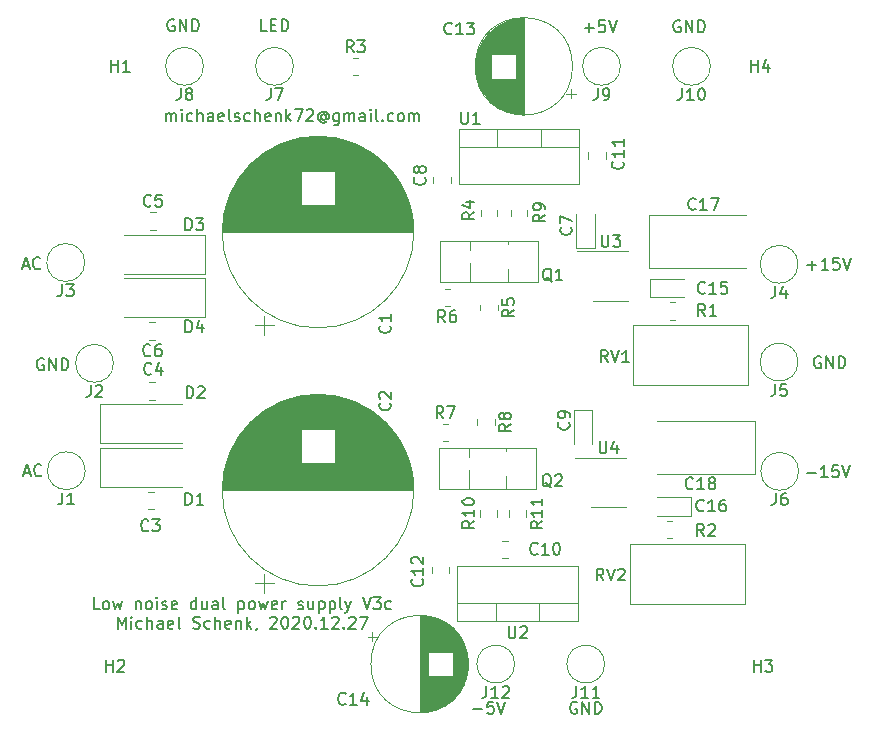
<source format=gbr>
G04 #@! TF.GenerationSoftware,KiCad,Pcbnew,(5.1.8-0-10_14)*
G04 #@! TF.CreationDate,2020-12-27T15:47:31+01:00*
G04 #@! TF.ProjectId,lv-lownoise-psu,6c762d6c-6f77-46e6-9f69-73652d707375,rev?*
G04 #@! TF.SameCoordinates,Original*
G04 #@! TF.FileFunction,Legend,Top*
G04 #@! TF.FilePolarity,Positive*
%FSLAX46Y46*%
G04 Gerber Fmt 4.6, Leading zero omitted, Abs format (unit mm)*
G04 Created by KiCad (PCBNEW (5.1.8-0-10_14)) date 2020-12-27 15:47:31*
%MOMM*%
%LPD*%
G01*
G04 APERTURE LIST*
%ADD10C,0.150000*%
%ADD11C,0.120000*%
G04 APERTURE END LIST*
D10*
X86785371Y-78976980D02*
X86309180Y-78976980D01*
X86309180Y-77976980D01*
X87261561Y-78976980D02*
X87166323Y-78929361D01*
X87118704Y-78881742D01*
X87071085Y-78786504D01*
X87071085Y-78500790D01*
X87118704Y-78405552D01*
X87166323Y-78357933D01*
X87261561Y-78310314D01*
X87404419Y-78310314D01*
X87499657Y-78357933D01*
X87547276Y-78405552D01*
X87594895Y-78500790D01*
X87594895Y-78786504D01*
X87547276Y-78881742D01*
X87499657Y-78929361D01*
X87404419Y-78976980D01*
X87261561Y-78976980D01*
X87928228Y-78310314D02*
X88118704Y-78976980D01*
X88309180Y-78500790D01*
X88499657Y-78976980D01*
X88690133Y-78310314D01*
X89832990Y-78310314D02*
X89832990Y-78976980D01*
X89832990Y-78405552D02*
X89880609Y-78357933D01*
X89975847Y-78310314D01*
X90118704Y-78310314D01*
X90213942Y-78357933D01*
X90261561Y-78453171D01*
X90261561Y-78976980D01*
X90880609Y-78976980D02*
X90785371Y-78929361D01*
X90737752Y-78881742D01*
X90690133Y-78786504D01*
X90690133Y-78500790D01*
X90737752Y-78405552D01*
X90785371Y-78357933D01*
X90880609Y-78310314D01*
X91023466Y-78310314D01*
X91118704Y-78357933D01*
X91166323Y-78405552D01*
X91213942Y-78500790D01*
X91213942Y-78786504D01*
X91166323Y-78881742D01*
X91118704Y-78929361D01*
X91023466Y-78976980D01*
X90880609Y-78976980D01*
X91642514Y-78976980D02*
X91642514Y-78310314D01*
X91642514Y-77976980D02*
X91594895Y-78024600D01*
X91642514Y-78072219D01*
X91690133Y-78024600D01*
X91642514Y-77976980D01*
X91642514Y-78072219D01*
X92071085Y-78929361D02*
X92166323Y-78976980D01*
X92356800Y-78976980D01*
X92452038Y-78929361D01*
X92499657Y-78834123D01*
X92499657Y-78786504D01*
X92452038Y-78691266D01*
X92356800Y-78643647D01*
X92213942Y-78643647D01*
X92118704Y-78596028D01*
X92071085Y-78500790D01*
X92071085Y-78453171D01*
X92118704Y-78357933D01*
X92213942Y-78310314D01*
X92356800Y-78310314D01*
X92452038Y-78357933D01*
X93309180Y-78929361D02*
X93213942Y-78976980D01*
X93023466Y-78976980D01*
X92928228Y-78929361D01*
X92880609Y-78834123D01*
X92880609Y-78453171D01*
X92928228Y-78357933D01*
X93023466Y-78310314D01*
X93213942Y-78310314D01*
X93309180Y-78357933D01*
X93356800Y-78453171D01*
X93356800Y-78548409D01*
X92880609Y-78643647D01*
X94975847Y-78976980D02*
X94975847Y-77976980D01*
X94975847Y-78929361D02*
X94880609Y-78976980D01*
X94690133Y-78976980D01*
X94594895Y-78929361D01*
X94547276Y-78881742D01*
X94499657Y-78786504D01*
X94499657Y-78500790D01*
X94547276Y-78405552D01*
X94594895Y-78357933D01*
X94690133Y-78310314D01*
X94880609Y-78310314D01*
X94975847Y-78357933D01*
X95880609Y-78310314D02*
X95880609Y-78976980D01*
X95452038Y-78310314D02*
X95452038Y-78834123D01*
X95499657Y-78929361D01*
X95594895Y-78976980D01*
X95737752Y-78976980D01*
X95832990Y-78929361D01*
X95880609Y-78881742D01*
X96785371Y-78976980D02*
X96785371Y-78453171D01*
X96737752Y-78357933D01*
X96642514Y-78310314D01*
X96452038Y-78310314D01*
X96356800Y-78357933D01*
X96785371Y-78929361D02*
X96690133Y-78976980D01*
X96452038Y-78976980D01*
X96356800Y-78929361D01*
X96309180Y-78834123D01*
X96309180Y-78738885D01*
X96356800Y-78643647D01*
X96452038Y-78596028D01*
X96690133Y-78596028D01*
X96785371Y-78548409D01*
X97404419Y-78976980D02*
X97309180Y-78929361D01*
X97261561Y-78834123D01*
X97261561Y-77976980D01*
X98547276Y-78310314D02*
X98547276Y-79310314D01*
X98547276Y-78357933D02*
X98642514Y-78310314D01*
X98832990Y-78310314D01*
X98928228Y-78357933D01*
X98975847Y-78405552D01*
X99023466Y-78500790D01*
X99023466Y-78786504D01*
X98975847Y-78881742D01*
X98928228Y-78929361D01*
X98832990Y-78976980D01*
X98642514Y-78976980D01*
X98547276Y-78929361D01*
X99594895Y-78976980D02*
X99499657Y-78929361D01*
X99452038Y-78881742D01*
X99404419Y-78786504D01*
X99404419Y-78500790D01*
X99452038Y-78405552D01*
X99499657Y-78357933D01*
X99594895Y-78310314D01*
X99737752Y-78310314D01*
X99832990Y-78357933D01*
X99880609Y-78405552D01*
X99928228Y-78500790D01*
X99928228Y-78786504D01*
X99880609Y-78881742D01*
X99832990Y-78929361D01*
X99737752Y-78976980D01*
X99594895Y-78976980D01*
X100261561Y-78310314D02*
X100452038Y-78976980D01*
X100642514Y-78500790D01*
X100832990Y-78976980D01*
X101023466Y-78310314D01*
X101785371Y-78929361D02*
X101690133Y-78976980D01*
X101499657Y-78976980D01*
X101404419Y-78929361D01*
X101356800Y-78834123D01*
X101356800Y-78453171D01*
X101404419Y-78357933D01*
X101499657Y-78310314D01*
X101690133Y-78310314D01*
X101785371Y-78357933D01*
X101832990Y-78453171D01*
X101832990Y-78548409D01*
X101356800Y-78643647D01*
X102261561Y-78976980D02*
X102261561Y-78310314D01*
X102261561Y-78500790D02*
X102309180Y-78405552D01*
X102356800Y-78357933D01*
X102452038Y-78310314D01*
X102547276Y-78310314D01*
X103594895Y-78929361D02*
X103690133Y-78976980D01*
X103880609Y-78976980D01*
X103975847Y-78929361D01*
X104023466Y-78834123D01*
X104023466Y-78786504D01*
X103975847Y-78691266D01*
X103880609Y-78643647D01*
X103737752Y-78643647D01*
X103642514Y-78596028D01*
X103594895Y-78500790D01*
X103594895Y-78453171D01*
X103642514Y-78357933D01*
X103737752Y-78310314D01*
X103880609Y-78310314D01*
X103975847Y-78357933D01*
X104880609Y-78310314D02*
X104880609Y-78976980D01*
X104452038Y-78310314D02*
X104452038Y-78834123D01*
X104499657Y-78929361D01*
X104594895Y-78976980D01*
X104737752Y-78976980D01*
X104832990Y-78929361D01*
X104880609Y-78881742D01*
X105356800Y-78310314D02*
X105356800Y-79310314D01*
X105356800Y-78357933D02*
X105452038Y-78310314D01*
X105642514Y-78310314D01*
X105737752Y-78357933D01*
X105785371Y-78405552D01*
X105832990Y-78500790D01*
X105832990Y-78786504D01*
X105785371Y-78881742D01*
X105737752Y-78929361D01*
X105642514Y-78976980D01*
X105452038Y-78976980D01*
X105356800Y-78929361D01*
X106261561Y-78310314D02*
X106261561Y-79310314D01*
X106261561Y-78357933D02*
X106356800Y-78310314D01*
X106547276Y-78310314D01*
X106642514Y-78357933D01*
X106690133Y-78405552D01*
X106737752Y-78500790D01*
X106737752Y-78786504D01*
X106690133Y-78881742D01*
X106642514Y-78929361D01*
X106547276Y-78976980D01*
X106356800Y-78976980D01*
X106261561Y-78929361D01*
X107309180Y-78976980D02*
X107213942Y-78929361D01*
X107166323Y-78834123D01*
X107166323Y-77976980D01*
X107594895Y-78310314D02*
X107832990Y-78976980D01*
X108071085Y-78310314D02*
X107832990Y-78976980D01*
X107737752Y-79215076D01*
X107690133Y-79262695D01*
X107594895Y-79310314D01*
X109071085Y-77976980D02*
X109404419Y-78976980D01*
X109737752Y-77976980D01*
X109975847Y-77976980D02*
X110594895Y-77976980D01*
X110261561Y-78357933D01*
X110404419Y-78357933D01*
X110499657Y-78405552D01*
X110547276Y-78453171D01*
X110594895Y-78548409D01*
X110594895Y-78786504D01*
X110547276Y-78881742D01*
X110499657Y-78929361D01*
X110404419Y-78976980D01*
X110118704Y-78976980D01*
X110023466Y-78929361D01*
X109975847Y-78881742D01*
X111452038Y-78929361D02*
X111356800Y-78976980D01*
X111166323Y-78976980D01*
X111071085Y-78929361D01*
X111023466Y-78881742D01*
X110975847Y-78786504D01*
X110975847Y-78500790D01*
X111023466Y-78405552D01*
X111071085Y-78357933D01*
X111166323Y-78310314D01*
X111356800Y-78310314D01*
X111452038Y-78357933D01*
X88332990Y-80626980D02*
X88332990Y-79626980D01*
X88666323Y-80341266D01*
X88999657Y-79626980D01*
X88999657Y-80626980D01*
X89475847Y-80626980D02*
X89475847Y-79960314D01*
X89475847Y-79626980D02*
X89428228Y-79674600D01*
X89475847Y-79722219D01*
X89523466Y-79674600D01*
X89475847Y-79626980D01*
X89475847Y-79722219D01*
X90380609Y-80579361D02*
X90285371Y-80626980D01*
X90094895Y-80626980D01*
X89999657Y-80579361D01*
X89952038Y-80531742D01*
X89904419Y-80436504D01*
X89904419Y-80150790D01*
X89952038Y-80055552D01*
X89999657Y-80007933D01*
X90094895Y-79960314D01*
X90285371Y-79960314D01*
X90380609Y-80007933D01*
X90809180Y-80626980D02*
X90809180Y-79626980D01*
X91237752Y-80626980D02*
X91237752Y-80103171D01*
X91190133Y-80007933D01*
X91094895Y-79960314D01*
X90952038Y-79960314D01*
X90856800Y-80007933D01*
X90809180Y-80055552D01*
X92142514Y-80626980D02*
X92142514Y-80103171D01*
X92094895Y-80007933D01*
X91999657Y-79960314D01*
X91809180Y-79960314D01*
X91713942Y-80007933D01*
X92142514Y-80579361D02*
X92047276Y-80626980D01*
X91809180Y-80626980D01*
X91713942Y-80579361D01*
X91666323Y-80484123D01*
X91666323Y-80388885D01*
X91713942Y-80293647D01*
X91809180Y-80246028D01*
X92047276Y-80246028D01*
X92142514Y-80198409D01*
X92999657Y-80579361D02*
X92904419Y-80626980D01*
X92713942Y-80626980D01*
X92618704Y-80579361D01*
X92571085Y-80484123D01*
X92571085Y-80103171D01*
X92618704Y-80007933D01*
X92713942Y-79960314D01*
X92904419Y-79960314D01*
X92999657Y-80007933D01*
X93047276Y-80103171D01*
X93047276Y-80198409D01*
X92571085Y-80293647D01*
X93618704Y-80626980D02*
X93523466Y-80579361D01*
X93475847Y-80484123D01*
X93475847Y-79626980D01*
X94713942Y-80579361D02*
X94856800Y-80626980D01*
X95094895Y-80626980D01*
X95190133Y-80579361D01*
X95237752Y-80531742D01*
X95285371Y-80436504D01*
X95285371Y-80341266D01*
X95237752Y-80246028D01*
X95190133Y-80198409D01*
X95094895Y-80150790D01*
X94904419Y-80103171D01*
X94809180Y-80055552D01*
X94761561Y-80007933D01*
X94713942Y-79912695D01*
X94713942Y-79817457D01*
X94761561Y-79722219D01*
X94809180Y-79674600D01*
X94904419Y-79626980D01*
X95142514Y-79626980D01*
X95285371Y-79674600D01*
X96142514Y-80579361D02*
X96047276Y-80626980D01*
X95856800Y-80626980D01*
X95761561Y-80579361D01*
X95713942Y-80531742D01*
X95666323Y-80436504D01*
X95666323Y-80150790D01*
X95713942Y-80055552D01*
X95761561Y-80007933D01*
X95856800Y-79960314D01*
X96047276Y-79960314D01*
X96142514Y-80007933D01*
X96571085Y-80626980D02*
X96571085Y-79626980D01*
X96999657Y-80626980D02*
X96999657Y-80103171D01*
X96952038Y-80007933D01*
X96856800Y-79960314D01*
X96713942Y-79960314D01*
X96618704Y-80007933D01*
X96571085Y-80055552D01*
X97856800Y-80579361D02*
X97761561Y-80626980D01*
X97571085Y-80626980D01*
X97475847Y-80579361D01*
X97428228Y-80484123D01*
X97428228Y-80103171D01*
X97475847Y-80007933D01*
X97571085Y-79960314D01*
X97761561Y-79960314D01*
X97856800Y-80007933D01*
X97904419Y-80103171D01*
X97904419Y-80198409D01*
X97428228Y-80293647D01*
X98332990Y-79960314D02*
X98332990Y-80626980D01*
X98332990Y-80055552D02*
X98380609Y-80007933D01*
X98475847Y-79960314D01*
X98618704Y-79960314D01*
X98713942Y-80007933D01*
X98761561Y-80103171D01*
X98761561Y-80626980D01*
X99237752Y-80626980D02*
X99237752Y-79626980D01*
X99332990Y-80246028D02*
X99618704Y-80626980D01*
X99618704Y-79960314D02*
X99237752Y-80341266D01*
X100094895Y-80579361D02*
X100094895Y-80626980D01*
X100047276Y-80722219D01*
X99999657Y-80769838D01*
X101237752Y-79722219D02*
X101285371Y-79674600D01*
X101380609Y-79626980D01*
X101618704Y-79626980D01*
X101713942Y-79674600D01*
X101761561Y-79722219D01*
X101809180Y-79817457D01*
X101809180Y-79912695D01*
X101761561Y-80055552D01*
X101190133Y-80626980D01*
X101809180Y-80626980D01*
X102428228Y-79626980D02*
X102523466Y-79626980D01*
X102618704Y-79674600D01*
X102666323Y-79722219D01*
X102713942Y-79817457D01*
X102761561Y-80007933D01*
X102761561Y-80246028D01*
X102713942Y-80436504D01*
X102666323Y-80531742D01*
X102618704Y-80579361D01*
X102523466Y-80626980D01*
X102428228Y-80626980D01*
X102332990Y-80579361D01*
X102285371Y-80531742D01*
X102237752Y-80436504D01*
X102190133Y-80246028D01*
X102190133Y-80007933D01*
X102237752Y-79817457D01*
X102285371Y-79722219D01*
X102332990Y-79674600D01*
X102428228Y-79626980D01*
X103142514Y-79722219D02*
X103190133Y-79674600D01*
X103285371Y-79626980D01*
X103523466Y-79626980D01*
X103618704Y-79674600D01*
X103666323Y-79722219D01*
X103713942Y-79817457D01*
X103713942Y-79912695D01*
X103666323Y-80055552D01*
X103094895Y-80626980D01*
X103713942Y-80626980D01*
X104332990Y-79626980D02*
X104428228Y-79626980D01*
X104523466Y-79674600D01*
X104571085Y-79722219D01*
X104618704Y-79817457D01*
X104666323Y-80007933D01*
X104666323Y-80246028D01*
X104618704Y-80436504D01*
X104571085Y-80531742D01*
X104523466Y-80579361D01*
X104428228Y-80626980D01*
X104332990Y-80626980D01*
X104237752Y-80579361D01*
X104190133Y-80531742D01*
X104142514Y-80436504D01*
X104094895Y-80246028D01*
X104094895Y-80007933D01*
X104142514Y-79817457D01*
X104190133Y-79722219D01*
X104237752Y-79674600D01*
X104332990Y-79626980D01*
X105094895Y-80531742D02*
X105142514Y-80579361D01*
X105094895Y-80626980D01*
X105047276Y-80579361D01*
X105094895Y-80531742D01*
X105094895Y-80626980D01*
X106094895Y-80626980D02*
X105523466Y-80626980D01*
X105809180Y-80626980D02*
X105809180Y-79626980D01*
X105713942Y-79769838D01*
X105618704Y-79865076D01*
X105523466Y-79912695D01*
X106475847Y-79722219D02*
X106523466Y-79674600D01*
X106618704Y-79626980D01*
X106856800Y-79626980D01*
X106952038Y-79674600D01*
X106999657Y-79722219D01*
X107047276Y-79817457D01*
X107047276Y-79912695D01*
X106999657Y-80055552D01*
X106428228Y-80626980D01*
X107047276Y-80626980D01*
X107475847Y-80531742D02*
X107523466Y-80579361D01*
X107475847Y-80626980D01*
X107428228Y-80579361D01*
X107475847Y-80531742D01*
X107475847Y-80626980D01*
X107904419Y-79722219D02*
X107952038Y-79674600D01*
X108047276Y-79626980D01*
X108285371Y-79626980D01*
X108380609Y-79674600D01*
X108428228Y-79722219D01*
X108475847Y-79817457D01*
X108475847Y-79912695D01*
X108428228Y-80055552D01*
X107856800Y-80626980D01*
X108475847Y-80626980D01*
X108809180Y-79626980D02*
X109475847Y-79626980D01*
X109047276Y-80626980D01*
X135940895Y-29167200D02*
X135845657Y-29119580D01*
X135702800Y-29119580D01*
X135559942Y-29167200D01*
X135464704Y-29262438D01*
X135417085Y-29357676D01*
X135369466Y-29548152D01*
X135369466Y-29691009D01*
X135417085Y-29881485D01*
X135464704Y-29976723D01*
X135559942Y-30071961D01*
X135702800Y-30119580D01*
X135798038Y-30119580D01*
X135940895Y-30071961D01*
X135988514Y-30024342D01*
X135988514Y-29691009D01*
X135798038Y-29691009D01*
X136417085Y-30119580D02*
X136417085Y-29119580D01*
X136988514Y-30119580D01*
X136988514Y-29119580D01*
X137464704Y-30119580D02*
X137464704Y-29119580D01*
X137702800Y-29119580D01*
X137845657Y-29167200D01*
X137940895Y-29262438D01*
X137988514Y-29357676D01*
X138036133Y-29548152D01*
X138036133Y-29691009D01*
X137988514Y-29881485D01*
X137940895Y-29976723D01*
X137845657Y-30071961D01*
X137702800Y-30119580D01*
X137464704Y-30119580D01*
X127847885Y-29738628D02*
X128609790Y-29738628D01*
X128228838Y-30119580D02*
X128228838Y-29357676D01*
X129562171Y-29119580D02*
X129085980Y-29119580D01*
X129038361Y-29595771D01*
X129085980Y-29548152D01*
X129181219Y-29500533D01*
X129419314Y-29500533D01*
X129514552Y-29548152D01*
X129562171Y-29595771D01*
X129609790Y-29691009D01*
X129609790Y-29929104D01*
X129562171Y-30024342D01*
X129514552Y-30071961D01*
X129419314Y-30119580D01*
X129181219Y-30119580D01*
X129085980Y-30071961D01*
X129038361Y-30024342D01*
X129895504Y-29119580D02*
X130228838Y-30119580D01*
X130562171Y-29119580D01*
X118411785Y-87447428D02*
X119173690Y-87447428D01*
X120126071Y-86828380D02*
X119649880Y-86828380D01*
X119602261Y-87304571D01*
X119649880Y-87256952D01*
X119745119Y-87209333D01*
X119983214Y-87209333D01*
X120078452Y-87256952D01*
X120126071Y-87304571D01*
X120173690Y-87399809D01*
X120173690Y-87637904D01*
X120126071Y-87733142D01*
X120078452Y-87780761D01*
X119983214Y-87828380D01*
X119745119Y-87828380D01*
X119649880Y-87780761D01*
X119602261Y-87733142D01*
X120459404Y-86828380D02*
X120792738Y-87828380D01*
X121126071Y-86828380D01*
X127190595Y-86876000D02*
X127095357Y-86828380D01*
X126952500Y-86828380D01*
X126809642Y-86876000D01*
X126714404Y-86971238D01*
X126666785Y-87066476D01*
X126619166Y-87256952D01*
X126619166Y-87399809D01*
X126666785Y-87590285D01*
X126714404Y-87685523D01*
X126809642Y-87780761D01*
X126952500Y-87828380D01*
X127047738Y-87828380D01*
X127190595Y-87780761D01*
X127238214Y-87733142D01*
X127238214Y-87399809D01*
X127047738Y-87399809D01*
X127666785Y-87828380D02*
X127666785Y-86828380D01*
X128238214Y-87828380D01*
X128238214Y-86828380D01*
X128714404Y-87828380D02*
X128714404Y-86828380D01*
X128952500Y-86828380D01*
X129095357Y-86876000D01*
X129190595Y-86971238D01*
X129238214Y-87066476D01*
X129285833Y-87256952D01*
X129285833Y-87399809D01*
X129238214Y-87590285D01*
X129190595Y-87685523D01*
X129095357Y-87780761D01*
X128952500Y-87828380D01*
X128714404Y-87828380D01*
X93091095Y-29091000D02*
X92995857Y-29043380D01*
X92853000Y-29043380D01*
X92710142Y-29091000D01*
X92614904Y-29186238D01*
X92567285Y-29281476D01*
X92519666Y-29471952D01*
X92519666Y-29614809D01*
X92567285Y-29805285D01*
X92614904Y-29900523D01*
X92710142Y-29995761D01*
X92853000Y-30043380D01*
X92948238Y-30043380D01*
X93091095Y-29995761D01*
X93138714Y-29948142D01*
X93138714Y-29614809D01*
X92948238Y-29614809D01*
X93567285Y-30043380D02*
X93567285Y-29043380D01*
X94138714Y-30043380D01*
X94138714Y-29043380D01*
X94614904Y-30043380D02*
X94614904Y-29043380D01*
X94853000Y-29043380D01*
X94995857Y-29091000D01*
X95091095Y-29186238D01*
X95138714Y-29281476D01*
X95186333Y-29471952D01*
X95186333Y-29614809D01*
X95138714Y-29805285D01*
X95091095Y-29900523D01*
X94995857Y-29995761D01*
X94853000Y-30043380D01*
X94614904Y-30043380D01*
X100957142Y-30043380D02*
X100480952Y-30043380D01*
X100480952Y-29043380D01*
X101290476Y-29519571D02*
X101623809Y-29519571D01*
X101766666Y-30043380D02*
X101290476Y-30043380D01*
X101290476Y-29043380D01*
X101766666Y-29043380D01*
X102195238Y-30043380D02*
X102195238Y-29043380D01*
X102433333Y-29043380D01*
X102576190Y-29091000D01*
X102671428Y-29186238D01*
X102719047Y-29281476D01*
X102766666Y-29471952D01*
X102766666Y-29614809D01*
X102719047Y-29805285D01*
X102671428Y-29900523D01*
X102576190Y-29995761D01*
X102433333Y-30043380D01*
X102195238Y-30043380D01*
X92409714Y-37663380D02*
X92409714Y-36996714D01*
X92409714Y-37091952D02*
X92457333Y-37044333D01*
X92552571Y-36996714D01*
X92695428Y-36996714D01*
X92790666Y-37044333D01*
X92838285Y-37139571D01*
X92838285Y-37663380D01*
X92838285Y-37139571D02*
X92885904Y-37044333D01*
X92981142Y-36996714D01*
X93124000Y-36996714D01*
X93219238Y-37044333D01*
X93266857Y-37139571D01*
X93266857Y-37663380D01*
X93743047Y-37663380D02*
X93743047Y-36996714D01*
X93743047Y-36663380D02*
X93695428Y-36711000D01*
X93743047Y-36758619D01*
X93790666Y-36711000D01*
X93743047Y-36663380D01*
X93743047Y-36758619D01*
X94647809Y-37615761D02*
X94552571Y-37663380D01*
X94362095Y-37663380D01*
X94266857Y-37615761D01*
X94219238Y-37568142D01*
X94171619Y-37472904D01*
X94171619Y-37187190D01*
X94219238Y-37091952D01*
X94266857Y-37044333D01*
X94362095Y-36996714D01*
X94552571Y-36996714D01*
X94647809Y-37044333D01*
X95076380Y-37663380D02*
X95076380Y-36663380D01*
X95504952Y-37663380D02*
X95504952Y-37139571D01*
X95457333Y-37044333D01*
X95362095Y-36996714D01*
X95219238Y-36996714D01*
X95124000Y-37044333D01*
X95076380Y-37091952D01*
X96409714Y-37663380D02*
X96409714Y-37139571D01*
X96362095Y-37044333D01*
X96266857Y-36996714D01*
X96076380Y-36996714D01*
X95981142Y-37044333D01*
X96409714Y-37615761D02*
X96314476Y-37663380D01*
X96076380Y-37663380D01*
X95981142Y-37615761D01*
X95933523Y-37520523D01*
X95933523Y-37425285D01*
X95981142Y-37330047D01*
X96076380Y-37282428D01*
X96314476Y-37282428D01*
X96409714Y-37234809D01*
X97266857Y-37615761D02*
X97171619Y-37663380D01*
X96981142Y-37663380D01*
X96885904Y-37615761D01*
X96838285Y-37520523D01*
X96838285Y-37139571D01*
X96885904Y-37044333D01*
X96981142Y-36996714D01*
X97171619Y-36996714D01*
X97266857Y-37044333D01*
X97314476Y-37139571D01*
X97314476Y-37234809D01*
X96838285Y-37330047D01*
X97885904Y-37663380D02*
X97790666Y-37615761D01*
X97743047Y-37520523D01*
X97743047Y-36663380D01*
X98219238Y-37615761D02*
X98314476Y-37663380D01*
X98504952Y-37663380D01*
X98600190Y-37615761D01*
X98647809Y-37520523D01*
X98647809Y-37472904D01*
X98600190Y-37377666D01*
X98504952Y-37330047D01*
X98362095Y-37330047D01*
X98266857Y-37282428D01*
X98219238Y-37187190D01*
X98219238Y-37139571D01*
X98266857Y-37044333D01*
X98362095Y-36996714D01*
X98504952Y-36996714D01*
X98600190Y-37044333D01*
X99504952Y-37615761D02*
X99409714Y-37663380D01*
X99219238Y-37663380D01*
X99124000Y-37615761D01*
X99076380Y-37568142D01*
X99028761Y-37472904D01*
X99028761Y-37187190D01*
X99076380Y-37091952D01*
X99124000Y-37044333D01*
X99219238Y-36996714D01*
X99409714Y-36996714D01*
X99504952Y-37044333D01*
X99933523Y-37663380D02*
X99933523Y-36663380D01*
X100362095Y-37663380D02*
X100362095Y-37139571D01*
X100314476Y-37044333D01*
X100219238Y-36996714D01*
X100076380Y-36996714D01*
X99981142Y-37044333D01*
X99933523Y-37091952D01*
X101219238Y-37615761D02*
X101124000Y-37663380D01*
X100933523Y-37663380D01*
X100838285Y-37615761D01*
X100790666Y-37520523D01*
X100790666Y-37139571D01*
X100838285Y-37044333D01*
X100933523Y-36996714D01*
X101124000Y-36996714D01*
X101219238Y-37044333D01*
X101266857Y-37139571D01*
X101266857Y-37234809D01*
X100790666Y-37330047D01*
X101695428Y-36996714D02*
X101695428Y-37663380D01*
X101695428Y-37091952D02*
X101743047Y-37044333D01*
X101838285Y-36996714D01*
X101981142Y-36996714D01*
X102076380Y-37044333D01*
X102124000Y-37139571D01*
X102124000Y-37663380D01*
X102600190Y-37663380D02*
X102600190Y-36663380D01*
X102695428Y-37282428D02*
X102981142Y-37663380D01*
X102981142Y-36996714D02*
X102600190Y-37377666D01*
X103314476Y-36663380D02*
X103981142Y-36663380D01*
X103552571Y-37663380D01*
X104314476Y-36758619D02*
X104362095Y-36711000D01*
X104457333Y-36663380D01*
X104695428Y-36663380D01*
X104790666Y-36711000D01*
X104838285Y-36758619D01*
X104885904Y-36853857D01*
X104885904Y-36949095D01*
X104838285Y-37091952D01*
X104266857Y-37663380D01*
X104885904Y-37663380D01*
X105933523Y-37187190D02*
X105885904Y-37139571D01*
X105790666Y-37091952D01*
X105695428Y-37091952D01*
X105600190Y-37139571D01*
X105552571Y-37187190D01*
X105504952Y-37282428D01*
X105504952Y-37377666D01*
X105552571Y-37472904D01*
X105600190Y-37520523D01*
X105695428Y-37568142D01*
X105790666Y-37568142D01*
X105885904Y-37520523D01*
X105933523Y-37472904D01*
X105933523Y-37091952D02*
X105933523Y-37472904D01*
X105981142Y-37520523D01*
X106028761Y-37520523D01*
X106124000Y-37472904D01*
X106171619Y-37377666D01*
X106171619Y-37139571D01*
X106076380Y-36996714D01*
X105933523Y-36901476D01*
X105743047Y-36853857D01*
X105552571Y-36901476D01*
X105409714Y-36996714D01*
X105314476Y-37139571D01*
X105266857Y-37330047D01*
X105314476Y-37520523D01*
X105409714Y-37663380D01*
X105552571Y-37758619D01*
X105743047Y-37806238D01*
X105933523Y-37758619D01*
X106076380Y-37663380D01*
X107028761Y-36996714D02*
X107028761Y-37806238D01*
X106981142Y-37901476D01*
X106933523Y-37949095D01*
X106838285Y-37996714D01*
X106695428Y-37996714D01*
X106600190Y-37949095D01*
X107028761Y-37615761D02*
X106933523Y-37663380D01*
X106743047Y-37663380D01*
X106647809Y-37615761D01*
X106600190Y-37568142D01*
X106552571Y-37472904D01*
X106552571Y-37187190D01*
X106600190Y-37091952D01*
X106647809Y-37044333D01*
X106743047Y-36996714D01*
X106933523Y-36996714D01*
X107028761Y-37044333D01*
X107504952Y-37663380D02*
X107504952Y-36996714D01*
X107504952Y-37091952D02*
X107552571Y-37044333D01*
X107647809Y-36996714D01*
X107790666Y-36996714D01*
X107885904Y-37044333D01*
X107933523Y-37139571D01*
X107933523Y-37663380D01*
X107933523Y-37139571D02*
X107981142Y-37044333D01*
X108076380Y-36996714D01*
X108219238Y-36996714D01*
X108314476Y-37044333D01*
X108362095Y-37139571D01*
X108362095Y-37663380D01*
X109266857Y-37663380D02*
X109266857Y-37139571D01*
X109219238Y-37044333D01*
X109124000Y-36996714D01*
X108933523Y-36996714D01*
X108838285Y-37044333D01*
X109266857Y-37615761D02*
X109171619Y-37663380D01*
X108933523Y-37663380D01*
X108838285Y-37615761D01*
X108790666Y-37520523D01*
X108790666Y-37425285D01*
X108838285Y-37330047D01*
X108933523Y-37282428D01*
X109171619Y-37282428D01*
X109266857Y-37234809D01*
X109743047Y-37663380D02*
X109743047Y-36996714D01*
X109743047Y-36663380D02*
X109695428Y-36711000D01*
X109743047Y-36758619D01*
X109790666Y-36711000D01*
X109743047Y-36663380D01*
X109743047Y-36758619D01*
X110362095Y-37663380D02*
X110266857Y-37615761D01*
X110219238Y-37520523D01*
X110219238Y-36663380D01*
X110743047Y-37568142D02*
X110790666Y-37615761D01*
X110743047Y-37663380D01*
X110695428Y-37615761D01*
X110743047Y-37568142D01*
X110743047Y-37663380D01*
X111647809Y-37615761D02*
X111552571Y-37663380D01*
X111362095Y-37663380D01*
X111266857Y-37615761D01*
X111219238Y-37568142D01*
X111171619Y-37472904D01*
X111171619Y-37187190D01*
X111219238Y-37091952D01*
X111266857Y-37044333D01*
X111362095Y-36996714D01*
X111552571Y-36996714D01*
X111647809Y-37044333D01*
X112219238Y-37663380D02*
X112124000Y-37615761D01*
X112076380Y-37568142D01*
X112028761Y-37472904D01*
X112028761Y-37187190D01*
X112076380Y-37091952D01*
X112124000Y-37044333D01*
X112219238Y-36996714D01*
X112362095Y-36996714D01*
X112457333Y-37044333D01*
X112504952Y-37091952D01*
X112552571Y-37187190D01*
X112552571Y-37472904D01*
X112504952Y-37568142D01*
X112457333Y-37615761D01*
X112362095Y-37663380D01*
X112219238Y-37663380D01*
X112981142Y-37663380D02*
X112981142Y-36996714D01*
X112981142Y-37091952D02*
X113028761Y-37044333D01*
X113124000Y-36996714D01*
X113266857Y-36996714D01*
X113362095Y-37044333D01*
X113409714Y-37139571D01*
X113409714Y-37663380D01*
X113409714Y-37139571D02*
X113457333Y-37044333D01*
X113552571Y-36996714D01*
X113695428Y-36996714D01*
X113790666Y-37044333D01*
X113838285Y-37139571D01*
X113838285Y-37663380D01*
X82042095Y-57793000D02*
X81946857Y-57745380D01*
X81804000Y-57745380D01*
X81661142Y-57793000D01*
X81565904Y-57888238D01*
X81518285Y-57983476D01*
X81470666Y-58173952D01*
X81470666Y-58316809D01*
X81518285Y-58507285D01*
X81565904Y-58602523D01*
X81661142Y-58697761D01*
X81804000Y-58745380D01*
X81899238Y-58745380D01*
X82042095Y-58697761D01*
X82089714Y-58650142D01*
X82089714Y-58316809D01*
X81899238Y-58316809D01*
X82518285Y-58745380D02*
X82518285Y-57745380D01*
X83089714Y-58745380D01*
X83089714Y-57745380D01*
X83565904Y-58745380D02*
X83565904Y-57745380D01*
X83804000Y-57745380D01*
X83946857Y-57793000D01*
X84042095Y-57888238D01*
X84089714Y-57983476D01*
X84137333Y-58173952D01*
X84137333Y-58316809D01*
X84089714Y-58507285D01*
X84042095Y-58602523D01*
X83946857Y-58697761D01*
X83804000Y-58745380D01*
X83565904Y-58745380D01*
X80389504Y-67425866D02*
X80865695Y-67425866D01*
X80294266Y-67711580D02*
X80627600Y-66711580D01*
X80960933Y-67711580D01*
X81865695Y-67616342D02*
X81818076Y-67663961D01*
X81675219Y-67711580D01*
X81579980Y-67711580D01*
X81437123Y-67663961D01*
X81341885Y-67568723D01*
X81294266Y-67473485D01*
X81246647Y-67283009D01*
X81246647Y-67140152D01*
X81294266Y-66949676D01*
X81341885Y-66854438D01*
X81437123Y-66759200D01*
X81579980Y-66711580D01*
X81675219Y-66711580D01*
X81818076Y-66759200D01*
X81865695Y-66806819D01*
X80287904Y-49899866D02*
X80764095Y-49899866D01*
X80192666Y-50185580D02*
X80526000Y-49185580D01*
X80859333Y-50185580D01*
X81764095Y-50090342D02*
X81716476Y-50137961D01*
X81573619Y-50185580D01*
X81478380Y-50185580D01*
X81335523Y-50137961D01*
X81240285Y-50042723D01*
X81192666Y-49947485D01*
X81145047Y-49757009D01*
X81145047Y-49614152D01*
X81192666Y-49423676D01*
X81240285Y-49328438D01*
X81335523Y-49233200D01*
X81478380Y-49185580D01*
X81573619Y-49185580D01*
X81716476Y-49233200D01*
X81764095Y-49280819D01*
X146675695Y-67432228D02*
X147437600Y-67432228D01*
X148437600Y-67813180D02*
X147866171Y-67813180D01*
X148151885Y-67813180D02*
X148151885Y-66813180D01*
X148056647Y-66956038D01*
X147961409Y-67051276D01*
X147866171Y-67098895D01*
X149342361Y-66813180D02*
X148866171Y-66813180D01*
X148818552Y-67289371D01*
X148866171Y-67241752D01*
X148961409Y-67194133D01*
X149199504Y-67194133D01*
X149294742Y-67241752D01*
X149342361Y-67289371D01*
X149389980Y-67384609D01*
X149389980Y-67622704D01*
X149342361Y-67717942D01*
X149294742Y-67765561D01*
X149199504Y-67813180D01*
X148961409Y-67813180D01*
X148866171Y-67765561D01*
X148818552Y-67717942D01*
X149675695Y-66813180D02*
X150009028Y-67813180D01*
X150342361Y-66813180D01*
X147828095Y-57615200D02*
X147732857Y-57567580D01*
X147590000Y-57567580D01*
X147447142Y-57615200D01*
X147351904Y-57710438D01*
X147304285Y-57805676D01*
X147256666Y-57996152D01*
X147256666Y-58139009D01*
X147304285Y-58329485D01*
X147351904Y-58424723D01*
X147447142Y-58519961D01*
X147590000Y-58567580D01*
X147685238Y-58567580D01*
X147828095Y-58519961D01*
X147875714Y-58472342D01*
X147875714Y-58139009D01*
X147685238Y-58139009D01*
X148304285Y-58567580D02*
X148304285Y-57567580D01*
X148875714Y-58567580D01*
X148875714Y-57567580D01*
X149351904Y-58567580D02*
X149351904Y-57567580D01*
X149590000Y-57567580D01*
X149732857Y-57615200D01*
X149828095Y-57710438D01*
X149875714Y-57805676D01*
X149923333Y-57996152D01*
X149923333Y-58139009D01*
X149875714Y-58329485D01*
X149828095Y-58424723D01*
X149732857Y-58519961D01*
X149590000Y-58567580D01*
X149351904Y-58567580D01*
X146726495Y-49855428D02*
X147488400Y-49855428D01*
X147107447Y-50236380D02*
X147107447Y-49474476D01*
X148488400Y-50236380D02*
X147916971Y-50236380D01*
X148202685Y-50236380D02*
X148202685Y-49236380D01*
X148107447Y-49379238D01*
X148012209Y-49474476D01*
X147916971Y-49522095D01*
X149393161Y-49236380D02*
X148916971Y-49236380D01*
X148869352Y-49712571D01*
X148916971Y-49664952D01*
X149012209Y-49617333D01*
X149250304Y-49617333D01*
X149345542Y-49664952D01*
X149393161Y-49712571D01*
X149440780Y-49807809D01*
X149440780Y-50045904D01*
X149393161Y-50141142D01*
X149345542Y-50188761D01*
X149250304Y-50236380D01*
X149012209Y-50236380D01*
X148916971Y-50188761D01*
X148869352Y-50141142D01*
X149726495Y-49236380D02*
X150059828Y-50236380D01*
X150393161Y-49236380D01*
D11*
X134017600Y-67538000D02*
X142252600Y-67538000D01*
X142252600Y-67538000D02*
X142252600Y-63018000D01*
X142252600Y-63018000D02*
X134017600Y-63018000D01*
X141546200Y-45568200D02*
X133311200Y-45568200D01*
X133311200Y-45568200D02*
X133311200Y-50088200D01*
X133311200Y-50088200D02*
X141546200Y-50088200D01*
X120323000Y-79978000D02*
X120323000Y-78468000D01*
X124024000Y-79978000D02*
X124024000Y-78468000D01*
X127294000Y-78468000D02*
X117054000Y-78468000D01*
X117054000Y-79978000D02*
X117054000Y-75337000D01*
X127294000Y-79978000D02*
X127294000Y-75337000D01*
X127294000Y-75337000D02*
X117054000Y-75337000D01*
X127294000Y-79978000D02*
X117054000Y-79978000D01*
X124152000Y-38335200D02*
X124152000Y-39845200D01*
X120451000Y-38335200D02*
X120451000Y-39845200D01*
X117181000Y-39845200D02*
X127421000Y-39845200D01*
X127421000Y-38335200D02*
X127421000Y-42976200D01*
X117181000Y-38335200D02*
X117181000Y-42976200D01*
X117181000Y-42976200D02*
X127421000Y-42976200D01*
X117181000Y-38335200D02*
X127421000Y-38335200D01*
X95727600Y-54228000D02*
X95727600Y-50928000D01*
X95727600Y-50928000D02*
X88827600Y-50928000D01*
X95727600Y-54228000D02*
X88827600Y-54228000D01*
X95727600Y-50621200D02*
X95727600Y-47321200D01*
X95727600Y-47321200D02*
X88827600Y-47321200D01*
X95727600Y-50621200D02*
X88827600Y-50621200D01*
X86826000Y-61646800D02*
X86826000Y-64946800D01*
X86826000Y-64946800D02*
X93726000Y-64946800D01*
X86826000Y-61646800D02*
X93726000Y-61646800D01*
X86826000Y-65304400D02*
X86826000Y-68604400D01*
X86826000Y-68604400D02*
X93726000Y-68604400D01*
X86826000Y-65304400D02*
X93726000Y-65304400D01*
X133985400Y-71079500D02*
X136870400Y-71079500D01*
X136870400Y-71079500D02*
X136870400Y-69509500D01*
X136870400Y-69509500D02*
X133985400Y-69509500D01*
X136252100Y-50992900D02*
X133367100Y-50992900D01*
X133367100Y-50992900D02*
X133367100Y-52562900D01*
X133367100Y-52562900D02*
X136252100Y-52562900D01*
X128521600Y-65008000D02*
X128521600Y-62123000D01*
X128521600Y-62123000D02*
X126951600Y-62123000D01*
X126951600Y-62123000D02*
X126951600Y-65008000D01*
X127129400Y-45491800D02*
X127129400Y-48376800D01*
X127129400Y-48376800D02*
X128699400Y-48376800D01*
X128699400Y-48376800D02*
X128699400Y-45491800D01*
X91519552Y-56157800D02*
X90997048Y-56157800D01*
X91519552Y-54687800D02*
X90997048Y-54687800D01*
X91047848Y-45391400D02*
X91570352Y-45391400D01*
X91047848Y-46861400D02*
X91570352Y-46861400D01*
X91519552Y-61237800D02*
X90997048Y-61237800D01*
X91519552Y-59767800D02*
X90997048Y-59767800D01*
X90852448Y-69064200D02*
X91374952Y-69064200D01*
X90852448Y-70534200D02*
X91374952Y-70534200D01*
X129886600Y-70371900D02*
X131386600Y-70371900D01*
X129886600Y-70371900D02*
X128386600Y-70371900D01*
X129886600Y-66151900D02*
X131386600Y-66151900D01*
X129886600Y-66151900D02*
X127011600Y-66151900D01*
X126830000Y-33020000D02*
G75*
G03*
X126830000Y-33020000I-4120000J0D01*
G01*
X122710000Y-37100000D02*
X122710000Y-28940000D01*
X122670000Y-37100000D02*
X122670000Y-28940000D01*
X122630000Y-37100000D02*
X122630000Y-28940000D01*
X122590000Y-37099000D02*
X122590000Y-28941000D01*
X122550000Y-37097000D02*
X122550000Y-28943000D01*
X122510000Y-37096000D02*
X122510000Y-28944000D01*
X122470000Y-37094000D02*
X122470000Y-28946000D01*
X122430000Y-37091000D02*
X122430000Y-28949000D01*
X122390000Y-37088000D02*
X122390000Y-28952000D01*
X122350000Y-37085000D02*
X122350000Y-28955000D01*
X122310000Y-37081000D02*
X122310000Y-28959000D01*
X122270000Y-37077000D02*
X122270000Y-28963000D01*
X122230000Y-37072000D02*
X122230000Y-28968000D01*
X122190000Y-37068000D02*
X122190000Y-28972000D01*
X122150000Y-37062000D02*
X122150000Y-28978000D01*
X122110000Y-37057000D02*
X122110000Y-28983000D01*
X122070000Y-37050000D02*
X122070000Y-28990000D01*
X122030000Y-37044000D02*
X122030000Y-28996000D01*
X121989000Y-37037000D02*
X121989000Y-34060000D01*
X121989000Y-31980000D02*
X121989000Y-29003000D01*
X121949000Y-37030000D02*
X121949000Y-34060000D01*
X121949000Y-31980000D02*
X121949000Y-29010000D01*
X121909000Y-37022000D02*
X121909000Y-34060000D01*
X121909000Y-31980000D02*
X121909000Y-29018000D01*
X121869000Y-37014000D02*
X121869000Y-34060000D01*
X121869000Y-31980000D02*
X121869000Y-29026000D01*
X121829000Y-37005000D02*
X121829000Y-34060000D01*
X121829000Y-31980000D02*
X121829000Y-29035000D01*
X121789000Y-36996000D02*
X121789000Y-34060000D01*
X121789000Y-31980000D02*
X121789000Y-29044000D01*
X121749000Y-36987000D02*
X121749000Y-34060000D01*
X121749000Y-31980000D02*
X121749000Y-29053000D01*
X121709000Y-36977000D02*
X121709000Y-34060000D01*
X121709000Y-31980000D02*
X121709000Y-29063000D01*
X121669000Y-36967000D02*
X121669000Y-34060000D01*
X121669000Y-31980000D02*
X121669000Y-29073000D01*
X121629000Y-36956000D02*
X121629000Y-34060000D01*
X121629000Y-31980000D02*
X121629000Y-29084000D01*
X121589000Y-36945000D02*
X121589000Y-34060000D01*
X121589000Y-31980000D02*
X121589000Y-29095000D01*
X121549000Y-36934000D02*
X121549000Y-34060000D01*
X121549000Y-31980000D02*
X121549000Y-29106000D01*
X121509000Y-36922000D02*
X121509000Y-34060000D01*
X121509000Y-31980000D02*
X121509000Y-29118000D01*
X121469000Y-36909000D02*
X121469000Y-34060000D01*
X121469000Y-31980000D02*
X121469000Y-29131000D01*
X121429000Y-36897000D02*
X121429000Y-34060000D01*
X121429000Y-31980000D02*
X121429000Y-29143000D01*
X121389000Y-36883000D02*
X121389000Y-34060000D01*
X121389000Y-31980000D02*
X121389000Y-29157000D01*
X121349000Y-36870000D02*
X121349000Y-34060000D01*
X121349000Y-31980000D02*
X121349000Y-29170000D01*
X121309000Y-36855000D02*
X121309000Y-34060000D01*
X121309000Y-31980000D02*
X121309000Y-29185000D01*
X121269000Y-36841000D02*
X121269000Y-34060000D01*
X121269000Y-31980000D02*
X121269000Y-29199000D01*
X121229000Y-36825000D02*
X121229000Y-34060000D01*
X121229000Y-31980000D02*
X121229000Y-29215000D01*
X121189000Y-36810000D02*
X121189000Y-34060000D01*
X121189000Y-31980000D02*
X121189000Y-29230000D01*
X121149000Y-36794000D02*
X121149000Y-34060000D01*
X121149000Y-31980000D02*
X121149000Y-29246000D01*
X121109000Y-36777000D02*
X121109000Y-34060000D01*
X121109000Y-31980000D02*
X121109000Y-29263000D01*
X121069000Y-36760000D02*
X121069000Y-34060000D01*
X121069000Y-31980000D02*
X121069000Y-29280000D01*
X121029000Y-36742000D02*
X121029000Y-34060000D01*
X121029000Y-31980000D02*
X121029000Y-29298000D01*
X120989000Y-36724000D02*
X120989000Y-34060000D01*
X120989000Y-31980000D02*
X120989000Y-29316000D01*
X120949000Y-36706000D02*
X120949000Y-34060000D01*
X120949000Y-31980000D02*
X120949000Y-29334000D01*
X120909000Y-36686000D02*
X120909000Y-34060000D01*
X120909000Y-31980000D02*
X120909000Y-29354000D01*
X120869000Y-36667000D02*
X120869000Y-34060000D01*
X120869000Y-31980000D02*
X120869000Y-29373000D01*
X120829000Y-36647000D02*
X120829000Y-34060000D01*
X120829000Y-31980000D02*
X120829000Y-29393000D01*
X120789000Y-36626000D02*
X120789000Y-34060000D01*
X120789000Y-31980000D02*
X120789000Y-29414000D01*
X120749000Y-36604000D02*
X120749000Y-34060000D01*
X120749000Y-31980000D02*
X120749000Y-29436000D01*
X120709000Y-36582000D02*
X120709000Y-34060000D01*
X120709000Y-31980000D02*
X120709000Y-29458000D01*
X120669000Y-36560000D02*
X120669000Y-34060000D01*
X120669000Y-31980000D02*
X120669000Y-29480000D01*
X120629000Y-36537000D02*
X120629000Y-34060000D01*
X120629000Y-31980000D02*
X120629000Y-29503000D01*
X120589000Y-36513000D02*
X120589000Y-34060000D01*
X120589000Y-31980000D02*
X120589000Y-29527000D01*
X120549000Y-36489000D02*
X120549000Y-34060000D01*
X120549000Y-31980000D02*
X120549000Y-29551000D01*
X120509000Y-36464000D02*
X120509000Y-34060000D01*
X120509000Y-31980000D02*
X120509000Y-29576000D01*
X120469000Y-36438000D02*
X120469000Y-34060000D01*
X120469000Y-31980000D02*
X120469000Y-29602000D01*
X120429000Y-36412000D02*
X120429000Y-34060000D01*
X120429000Y-31980000D02*
X120429000Y-29628000D01*
X120389000Y-36385000D02*
X120389000Y-34060000D01*
X120389000Y-31980000D02*
X120389000Y-29655000D01*
X120349000Y-36358000D02*
X120349000Y-34060000D01*
X120349000Y-31980000D02*
X120349000Y-29682000D01*
X120309000Y-36329000D02*
X120309000Y-34060000D01*
X120309000Y-31980000D02*
X120309000Y-29711000D01*
X120269000Y-36300000D02*
X120269000Y-34060000D01*
X120269000Y-31980000D02*
X120269000Y-29740000D01*
X120229000Y-36270000D02*
X120229000Y-34060000D01*
X120229000Y-31980000D02*
X120229000Y-29770000D01*
X120189000Y-36240000D02*
X120189000Y-34060000D01*
X120189000Y-31980000D02*
X120189000Y-29800000D01*
X120149000Y-36209000D02*
X120149000Y-34060000D01*
X120149000Y-31980000D02*
X120149000Y-29831000D01*
X120109000Y-36176000D02*
X120109000Y-34060000D01*
X120109000Y-31980000D02*
X120109000Y-29864000D01*
X120069000Y-36144000D02*
X120069000Y-34060000D01*
X120069000Y-31980000D02*
X120069000Y-29896000D01*
X120029000Y-36110000D02*
X120029000Y-34060000D01*
X120029000Y-31980000D02*
X120029000Y-29930000D01*
X119989000Y-36075000D02*
X119989000Y-34060000D01*
X119989000Y-31980000D02*
X119989000Y-29965000D01*
X119949000Y-36039000D02*
X119949000Y-34060000D01*
X119949000Y-31980000D02*
X119949000Y-30001000D01*
X119909000Y-36003000D02*
X119909000Y-30037000D01*
X119869000Y-35965000D02*
X119869000Y-30075000D01*
X119829000Y-35927000D02*
X119829000Y-30113000D01*
X119789000Y-35887000D02*
X119789000Y-30153000D01*
X119749000Y-35846000D02*
X119749000Y-30194000D01*
X119709000Y-35804000D02*
X119709000Y-30236000D01*
X119669000Y-35761000D02*
X119669000Y-30279000D01*
X119629000Y-35717000D02*
X119629000Y-30323000D01*
X119589000Y-35671000D02*
X119589000Y-30369000D01*
X119549000Y-35624000D02*
X119549000Y-30416000D01*
X119509000Y-35576000D02*
X119509000Y-30464000D01*
X119469000Y-35525000D02*
X119469000Y-30515000D01*
X119429000Y-35474000D02*
X119429000Y-30566000D01*
X119389000Y-35420000D02*
X119389000Y-30620000D01*
X119349000Y-35365000D02*
X119349000Y-30675000D01*
X119309000Y-35307000D02*
X119309000Y-30733000D01*
X119269000Y-35248000D02*
X119269000Y-30792000D01*
X119229000Y-35186000D02*
X119229000Y-30854000D01*
X119189000Y-35122000D02*
X119189000Y-30918000D01*
X119149000Y-35054000D02*
X119149000Y-30986000D01*
X119109000Y-34984000D02*
X119109000Y-31056000D01*
X119069000Y-34910000D02*
X119069000Y-31130000D01*
X119029000Y-34833000D02*
X119029000Y-31207000D01*
X118989000Y-34751000D02*
X118989000Y-31289000D01*
X118949000Y-34665000D02*
X118949000Y-31375000D01*
X118909000Y-34572000D02*
X118909000Y-31468000D01*
X118869000Y-34473000D02*
X118869000Y-31567000D01*
X118829000Y-34366000D02*
X118829000Y-31674000D01*
X118789000Y-34249000D02*
X118789000Y-31791000D01*
X118749000Y-34118000D02*
X118749000Y-31922000D01*
X118709000Y-33968000D02*
X118709000Y-32072000D01*
X118669000Y-33788000D02*
X118669000Y-32252000D01*
X118629000Y-33553000D02*
X118629000Y-32487000D01*
X127119698Y-35335000D02*
X126319698Y-35335000D01*
X126719698Y-35735000D02*
X126719698Y-34935000D01*
X122884000Y-70613748D02*
X122884000Y-71136252D01*
X121464000Y-70613748D02*
X121464000Y-71136252D01*
X120407500Y-70613748D02*
X120407500Y-71136252D01*
X118987500Y-70613748D02*
X118987500Y-71136252D01*
X121591000Y-45195748D02*
X121591000Y-45718252D01*
X123011000Y-45195748D02*
X123011000Y-45718252D01*
X119051000Y-45195748D02*
X119051000Y-45718252D01*
X120471000Y-45195748D02*
X120471000Y-45718252D01*
X118003500Y-83629500D02*
G75*
G03*
X118003500Y-83629500I-4120000J0D01*
G01*
X113883500Y-79549500D02*
X113883500Y-87709500D01*
X113923500Y-79549500D02*
X113923500Y-87709500D01*
X113963500Y-79549500D02*
X113963500Y-87709500D01*
X114003500Y-79550500D02*
X114003500Y-87708500D01*
X114043500Y-79552500D02*
X114043500Y-87706500D01*
X114083500Y-79553500D02*
X114083500Y-87705500D01*
X114123500Y-79555500D02*
X114123500Y-87703500D01*
X114163500Y-79558500D02*
X114163500Y-87700500D01*
X114203500Y-79561500D02*
X114203500Y-87697500D01*
X114243500Y-79564500D02*
X114243500Y-87694500D01*
X114283500Y-79568500D02*
X114283500Y-87690500D01*
X114323500Y-79572500D02*
X114323500Y-87686500D01*
X114363500Y-79577500D02*
X114363500Y-87681500D01*
X114403500Y-79581500D02*
X114403500Y-87677500D01*
X114443500Y-79587500D02*
X114443500Y-87671500D01*
X114483500Y-79592500D02*
X114483500Y-87666500D01*
X114523500Y-79599500D02*
X114523500Y-87659500D01*
X114563500Y-79605500D02*
X114563500Y-87653500D01*
X114604500Y-79612500D02*
X114604500Y-82589500D01*
X114604500Y-84669500D02*
X114604500Y-87646500D01*
X114644500Y-79619500D02*
X114644500Y-82589500D01*
X114644500Y-84669500D02*
X114644500Y-87639500D01*
X114684500Y-79627500D02*
X114684500Y-82589500D01*
X114684500Y-84669500D02*
X114684500Y-87631500D01*
X114724500Y-79635500D02*
X114724500Y-82589500D01*
X114724500Y-84669500D02*
X114724500Y-87623500D01*
X114764500Y-79644500D02*
X114764500Y-82589500D01*
X114764500Y-84669500D02*
X114764500Y-87614500D01*
X114804500Y-79653500D02*
X114804500Y-82589500D01*
X114804500Y-84669500D02*
X114804500Y-87605500D01*
X114844500Y-79662500D02*
X114844500Y-82589500D01*
X114844500Y-84669500D02*
X114844500Y-87596500D01*
X114884500Y-79672500D02*
X114884500Y-82589500D01*
X114884500Y-84669500D02*
X114884500Y-87586500D01*
X114924500Y-79682500D02*
X114924500Y-82589500D01*
X114924500Y-84669500D02*
X114924500Y-87576500D01*
X114964500Y-79693500D02*
X114964500Y-82589500D01*
X114964500Y-84669500D02*
X114964500Y-87565500D01*
X115004500Y-79704500D02*
X115004500Y-82589500D01*
X115004500Y-84669500D02*
X115004500Y-87554500D01*
X115044500Y-79715500D02*
X115044500Y-82589500D01*
X115044500Y-84669500D02*
X115044500Y-87543500D01*
X115084500Y-79727500D02*
X115084500Y-82589500D01*
X115084500Y-84669500D02*
X115084500Y-87531500D01*
X115124500Y-79740500D02*
X115124500Y-82589500D01*
X115124500Y-84669500D02*
X115124500Y-87518500D01*
X115164500Y-79752500D02*
X115164500Y-82589500D01*
X115164500Y-84669500D02*
X115164500Y-87506500D01*
X115204500Y-79766500D02*
X115204500Y-82589500D01*
X115204500Y-84669500D02*
X115204500Y-87492500D01*
X115244500Y-79779500D02*
X115244500Y-82589500D01*
X115244500Y-84669500D02*
X115244500Y-87479500D01*
X115284500Y-79794500D02*
X115284500Y-82589500D01*
X115284500Y-84669500D02*
X115284500Y-87464500D01*
X115324500Y-79808500D02*
X115324500Y-82589500D01*
X115324500Y-84669500D02*
X115324500Y-87450500D01*
X115364500Y-79824500D02*
X115364500Y-82589500D01*
X115364500Y-84669500D02*
X115364500Y-87434500D01*
X115404500Y-79839500D02*
X115404500Y-82589500D01*
X115404500Y-84669500D02*
X115404500Y-87419500D01*
X115444500Y-79855500D02*
X115444500Y-82589500D01*
X115444500Y-84669500D02*
X115444500Y-87403500D01*
X115484500Y-79872500D02*
X115484500Y-82589500D01*
X115484500Y-84669500D02*
X115484500Y-87386500D01*
X115524500Y-79889500D02*
X115524500Y-82589500D01*
X115524500Y-84669500D02*
X115524500Y-87369500D01*
X115564500Y-79907500D02*
X115564500Y-82589500D01*
X115564500Y-84669500D02*
X115564500Y-87351500D01*
X115604500Y-79925500D02*
X115604500Y-82589500D01*
X115604500Y-84669500D02*
X115604500Y-87333500D01*
X115644500Y-79943500D02*
X115644500Y-82589500D01*
X115644500Y-84669500D02*
X115644500Y-87315500D01*
X115684500Y-79963500D02*
X115684500Y-82589500D01*
X115684500Y-84669500D02*
X115684500Y-87295500D01*
X115724500Y-79982500D02*
X115724500Y-82589500D01*
X115724500Y-84669500D02*
X115724500Y-87276500D01*
X115764500Y-80002500D02*
X115764500Y-82589500D01*
X115764500Y-84669500D02*
X115764500Y-87256500D01*
X115804500Y-80023500D02*
X115804500Y-82589500D01*
X115804500Y-84669500D02*
X115804500Y-87235500D01*
X115844500Y-80045500D02*
X115844500Y-82589500D01*
X115844500Y-84669500D02*
X115844500Y-87213500D01*
X115884500Y-80067500D02*
X115884500Y-82589500D01*
X115884500Y-84669500D02*
X115884500Y-87191500D01*
X115924500Y-80089500D02*
X115924500Y-82589500D01*
X115924500Y-84669500D02*
X115924500Y-87169500D01*
X115964500Y-80112500D02*
X115964500Y-82589500D01*
X115964500Y-84669500D02*
X115964500Y-87146500D01*
X116004500Y-80136500D02*
X116004500Y-82589500D01*
X116004500Y-84669500D02*
X116004500Y-87122500D01*
X116044500Y-80160500D02*
X116044500Y-82589500D01*
X116044500Y-84669500D02*
X116044500Y-87098500D01*
X116084500Y-80185500D02*
X116084500Y-82589500D01*
X116084500Y-84669500D02*
X116084500Y-87073500D01*
X116124500Y-80211500D02*
X116124500Y-82589500D01*
X116124500Y-84669500D02*
X116124500Y-87047500D01*
X116164500Y-80237500D02*
X116164500Y-82589500D01*
X116164500Y-84669500D02*
X116164500Y-87021500D01*
X116204500Y-80264500D02*
X116204500Y-82589500D01*
X116204500Y-84669500D02*
X116204500Y-86994500D01*
X116244500Y-80291500D02*
X116244500Y-82589500D01*
X116244500Y-84669500D02*
X116244500Y-86967500D01*
X116284500Y-80320500D02*
X116284500Y-82589500D01*
X116284500Y-84669500D02*
X116284500Y-86938500D01*
X116324500Y-80349500D02*
X116324500Y-82589500D01*
X116324500Y-84669500D02*
X116324500Y-86909500D01*
X116364500Y-80379500D02*
X116364500Y-82589500D01*
X116364500Y-84669500D02*
X116364500Y-86879500D01*
X116404500Y-80409500D02*
X116404500Y-82589500D01*
X116404500Y-84669500D02*
X116404500Y-86849500D01*
X116444500Y-80440500D02*
X116444500Y-82589500D01*
X116444500Y-84669500D02*
X116444500Y-86818500D01*
X116484500Y-80473500D02*
X116484500Y-82589500D01*
X116484500Y-84669500D02*
X116484500Y-86785500D01*
X116524500Y-80505500D02*
X116524500Y-82589500D01*
X116524500Y-84669500D02*
X116524500Y-86753500D01*
X116564500Y-80539500D02*
X116564500Y-82589500D01*
X116564500Y-84669500D02*
X116564500Y-86719500D01*
X116604500Y-80574500D02*
X116604500Y-82589500D01*
X116604500Y-84669500D02*
X116604500Y-86684500D01*
X116644500Y-80610500D02*
X116644500Y-82589500D01*
X116644500Y-84669500D02*
X116644500Y-86648500D01*
X116684500Y-80646500D02*
X116684500Y-86612500D01*
X116724500Y-80684500D02*
X116724500Y-86574500D01*
X116764500Y-80722500D02*
X116764500Y-86536500D01*
X116804500Y-80762500D02*
X116804500Y-86496500D01*
X116844500Y-80803500D02*
X116844500Y-86455500D01*
X116884500Y-80845500D02*
X116884500Y-86413500D01*
X116924500Y-80888500D02*
X116924500Y-86370500D01*
X116964500Y-80932500D02*
X116964500Y-86326500D01*
X117004500Y-80978500D02*
X117004500Y-86280500D01*
X117044500Y-81025500D02*
X117044500Y-86233500D01*
X117084500Y-81073500D02*
X117084500Y-86185500D01*
X117124500Y-81124500D02*
X117124500Y-86134500D01*
X117164500Y-81175500D02*
X117164500Y-86083500D01*
X117204500Y-81229500D02*
X117204500Y-86029500D01*
X117244500Y-81284500D02*
X117244500Y-85974500D01*
X117284500Y-81342500D02*
X117284500Y-85916500D01*
X117324500Y-81401500D02*
X117324500Y-85857500D01*
X117364500Y-81463500D02*
X117364500Y-85795500D01*
X117404500Y-81527500D02*
X117404500Y-85731500D01*
X117444500Y-81595500D02*
X117444500Y-85663500D01*
X117484500Y-81665500D02*
X117484500Y-85593500D01*
X117524500Y-81739500D02*
X117524500Y-85519500D01*
X117564500Y-81816500D02*
X117564500Y-85442500D01*
X117604500Y-81898500D02*
X117604500Y-85360500D01*
X117644500Y-81984500D02*
X117644500Y-85274500D01*
X117684500Y-82077500D02*
X117684500Y-85181500D01*
X117724500Y-82176500D02*
X117724500Y-85082500D01*
X117764500Y-82283500D02*
X117764500Y-84975500D01*
X117804500Y-82400500D02*
X117804500Y-84858500D01*
X117844500Y-82531500D02*
X117844500Y-84727500D01*
X117884500Y-82681500D02*
X117884500Y-84577500D01*
X117924500Y-82861500D02*
X117924500Y-84397500D01*
X117964500Y-83096500D02*
X117964500Y-84162500D01*
X109473802Y-81314500D02*
X110273802Y-81314500D01*
X109873802Y-80914500D02*
X109873802Y-81714500D01*
X113403000Y-68901000D02*
G75*
G03*
X113403000Y-68901000I-8120000J0D01*
G01*
X97202000Y-68901000D02*
X113364000Y-68901000D01*
X97203000Y-68861000D02*
X113363000Y-68861000D01*
X97203000Y-68821000D02*
X113363000Y-68821000D01*
X97203000Y-68781000D02*
X113363000Y-68781000D01*
X97204000Y-68741000D02*
X113362000Y-68741000D01*
X97205000Y-68701000D02*
X113361000Y-68701000D01*
X97206000Y-68661000D02*
X113360000Y-68661000D01*
X97207000Y-68621000D02*
X113359000Y-68621000D01*
X97209000Y-68581000D02*
X113357000Y-68581000D01*
X97210000Y-68541000D02*
X113356000Y-68541000D01*
X97212000Y-68501000D02*
X113354000Y-68501000D01*
X97214000Y-68461000D02*
X113352000Y-68461000D01*
X97217000Y-68421000D02*
X113349000Y-68421000D01*
X97219000Y-68381000D02*
X113347000Y-68381000D01*
X97222000Y-68341000D02*
X113344000Y-68341000D01*
X97225000Y-68301000D02*
X113341000Y-68301000D01*
X97228000Y-68261000D02*
X113338000Y-68261000D01*
X97231000Y-68221000D02*
X113335000Y-68221000D01*
X97234000Y-68180000D02*
X113332000Y-68180000D01*
X97238000Y-68140000D02*
X113328000Y-68140000D01*
X97242000Y-68100000D02*
X113324000Y-68100000D01*
X97246000Y-68060000D02*
X113320000Y-68060000D01*
X97250000Y-68020000D02*
X113316000Y-68020000D01*
X97255000Y-67980000D02*
X113311000Y-67980000D01*
X97259000Y-67940000D02*
X113307000Y-67940000D01*
X97264000Y-67900000D02*
X113302000Y-67900000D01*
X97269000Y-67860000D02*
X113297000Y-67860000D01*
X97275000Y-67820000D02*
X113291000Y-67820000D01*
X97280000Y-67780000D02*
X113286000Y-67780000D01*
X97286000Y-67740000D02*
X113280000Y-67740000D01*
X97292000Y-67700000D02*
X113274000Y-67700000D01*
X97298000Y-67660000D02*
X113268000Y-67660000D01*
X97304000Y-67620000D02*
X113262000Y-67620000D01*
X97311000Y-67580000D02*
X113255000Y-67580000D01*
X97317000Y-67540000D02*
X113249000Y-67540000D01*
X97324000Y-67500000D02*
X113242000Y-67500000D01*
X97331000Y-67460000D02*
X113235000Y-67460000D01*
X97339000Y-67420000D02*
X113227000Y-67420000D01*
X97346000Y-67380000D02*
X113220000Y-67380000D01*
X97354000Y-67340000D02*
X113212000Y-67340000D01*
X97362000Y-67300000D02*
X113204000Y-67300000D01*
X97370000Y-67260000D02*
X113196000Y-67260000D01*
X97378000Y-67220000D02*
X113188000Y-67220000D01*
X97387000Y-67180000D02*
X113179000Y-67180000D01*
X97396000Y-67140000D02*
X113170000Y-67140000D01*
X97405000Y-67100000D02*
X113161000Y-67100000D01*
X97414000Y-67060000D02*
X113152000Y-67060000D01*
X97423000Y-67020000D02*
X113143000Y-67020000D01*
X97433000Y-66980000D02*
X113133000Y-66980000D01*
X97443000Y-66940000D02*
X113123000Y-66940000D01*
X97453000Y-66900000D02*
X113113000Y-66900000D01*
X97463000Y-66860000D02*
X113103000Y-66860000D01*
X97473000Y-66820000D02*
X113093000Y-66820000D01*
X97484000Y-66780000D02*
X113082000Y-66780000D01*
X97495000Y-66740000D02*
X113071000Y-66740000D01*
X97506000Y-66700000D02*
X113060000Y-66700000D01*
X97518000Y-66660000D02*
X113048000Y-66660000D01*
X97529000Y-66620000D02*
X113037000Y-66620000D01*
X97541000Y-66580000D02*
X103843000Y-66580000D01*
X106723000Y-66580000D02*
X113025000Y-66580000D01*
X97553000Y-66540000D02*
X103843000Y-66540000D01*
X106723000Y-66540000D02*
X113013000Y-66540000D01*
X97565000Y-66500000D02*
X103843000Y-66500000D01*
X106723000Y-66500000D02*
X113001000Y-66500000D01*
X97578000Y-66460000D02*
X103843000Y-66460000D01*
X106723000Y-66460000D02*
X112988000Y-66460000D01*
X97590000Y-66420000D02*
X103843000Y-66420000D01*
X106723000Y-66420000D02*
X112976000Y-66420000D01*
X97603000Y-66380000D02*
X103843000Y-66380000D01*
X106723000Y-66380000D02*
X112963000Y-66380000D01*
X97617000Y-66340000D02*
X103843000Y-66340000D01*
X106723000Y-66340000D02*
X112949000Y-66340000D01*
X97630000Y-66300000D02*
X103843000Y-66300000D01*
X106723000Y-66300000D02*
X112936000Y-66300000D01*
X97644000Y-66260000D02*
X103843000Y-66260000D01*
X106723000Y-66260000D02*
X112922000Y-66260000D01*
X97658000Y-66220000D02*
X103843000Y-66220000D01*
X106723000Y-66220000D02*
X112908000Y-66220000D01*
X97672000Y-66180000D02*
X103843000Y-66180000D01*
X106723000Y-66180000D02*
X112894000Y-66180000D01*
X97686000Y-66140000D02*
X103843000Y-66140000D01*
X106723000Y-66140000D02*
X112880000Y-66140000D01*
X97701000Y-66100000D02*
X103843000Y-66100000D01*
X106723000Y-66100000D02*
X112865000Y-66100000D01*
X97715000Y-66060000D02*
X103843000Y-66060000D01*
X106723000Y-66060000D02*
X112851000Y-66060000D01*
X97730000Y-66020000D02*
X103843000Y-66020000D01*
X106723000Y-66020000D02*
X112836000Y-66020000D01*
X97746000Y-65980000D02*
X103843000Y-65980000D01*
X106723000Y-65980000D02*
X112820000Y-65980000D01*
X97761000Y-65940000D02*
X103843000Y-65940000D01*
X106723000Y-65940000D02*
X112805000Y-65940000D01*
X97777000Y-65900000D02*
X103843000Y-65900000D01*
X106723000Y-65900000D02*
X112789000Y-65900000D01*
X97793000Y-65860000D02*
X103843000Y-65860000D01*
X106723000Y-65860000D02*
X112773000Y-65860000D01*
X97809000Y-65820000D02*
X103843000Y-65820000D01*
X106723000Y-65820000D02*
X112757000Y-65820000D01*
X97826000Y-65780000D02*
X103843000Y-65780000D01*
X106723000Y-65780000D02*
X112740000Y-65780000D01*
X97843000Y-65740000D02*
X103843000Y-65740000D01*
X106723000Y-65740000D02*
X112723000Y-65740000D01*
X97860000Y-65700000D02*
X103843000Y-65700000D01*
X106723000Y-65700000D02*
X112706000Y-65700000D01*
X97877000Y-65660000D02*
X103843000Y-65660000D01*
X106723000Y-65660000D02*
X112689000Y-65660000D01*
X97894000Y-65620000D02*
X103843000Y-65620000D01*
X106723000Y-65620000D02*
X112672000Y-65620000D01*
X97912000Y-65580000D02*
X103843000Y-65580000D01*
X106723000Y-65580000D02*
X112654000Y-65580000D01*
X97930000Y-65540000D02*
X103843000Y-65540000D01*
X106723000Y-65540000D02*
X112636000Y-65540000D01*
X97949000Y-65500000D02*
X103843000Y-65500000D01*
X106723000Y-65500000D02*
X112617000Y-65500000D01*
X97967000Y-65460000D02*
X103843000Y-65460000D01*
X106723000Y-65460000D02*
X112599000Y-65460000D01*
X97986000Y-65420000D02*
X103843000Y-65420000D01*
X106723000Y-65420000D02*
X112580000Y-65420000D01*
X98005000Y-65380000D02*
X103843000Y-65380000D01*
X106723000Y-65380000D02*
X112561000Y-65380000D01*
X98025000Y-65340000D02*
X103843000Y-65340000D01*
X106723000Y-65340000D02*
X112541000Y-65340000D01*
X98044000Y-65300000D02*
X103843000Y-65300000D01*
X106723000Y-65300000D02*
X112522000Y-65300000D01*
X98064000Y-65260000D02*
X103843000Y-65260000D01*
X106723000Y-65260000D02*
X112502000Y-65260000D01*
X98084000Y-65220000D02*
X103843000Y-65220000D01*
X106723000Y-65220000D02*
X112482000Y-65220000D01*
X98105000Y-65180000D02*
X103843000Y-65180000D01*
X106723000Y-65180000D02*
X112461000Y-65180000D01*
X98126000Y-65140000D02*
X103843000Y-65140000D01*
X106723000Y-65140000D02*
X112440000Y-65140000D01*
X98147000Y-65100000D02*
X103843000Y-65100000D01*
X106723000Y-65100000D02*
X112419000Y-65100000D01*
X98168000Y-65060000D02*
X103843000Y-65060000D01*
X106723000Y-65060000D02*
X112398000Y-65060000D01*
X98189000Y-65020000D02*
X103843000Y-65020000D01*
X106723000Y-65020000D02*
X112377000Y-65020000D01*
X98211000Y-64980000D02*
X103843000Y-64980000D01*
X106723000Y-64980000D02*
X112355000Y-64980000D01*
X98234000Y-64940000D02*
X103843000Y-64940000D01*
X106723000Y-64940000D02*
X112332000Y-64940000D01*
X98256000Y-64900000D02*
X103843000Y-64900000D01*
X106723000Y-64900000D02*
X112310000Y-64900000D01*
X98279000Y-64860000D02*
X103843000Y-64860000D01*
X106723000Y-64860000D02*
X112287000Y-64860000D01*
X98302000Y-64820000D02*
X103843000Y-64820000D01*
X106723000Y-64820000D02*
X112264000Y-64820000D01*
X98325000Y-64780000D02*
X103843000Y-64780000D01*
X106723000Y-64780000D02*
X112241000Y-64780000D01*
X98349000Y-64740000D02*
X103843000Y-64740000D01*
X106723000Y-64740000D02*
X112217000Y-64740000D01*
X98373000Y-64700000D02*
X103843000Y-64700000D01*
X106723000Y-64700000D02*
X112193000Y-64700000D01*
X98397000Y-64660000D02*
X103843000Y-64660000D01*
X106723000Y-64660000D02*
X112169000Y-64660000D01*
X98422000Y-64620000D02*
X103843000Y-64620000D01*
X106723000Y-64620000D02*
X112144000Y-64620000D01*
X98447000Y-64580000D02*
X103843000Y-64580000D01*
X106723000Y-64580000D02*
X112119000Y-64580000D01*
X98472000Y-64540000D02*
X103843000Y-64540000D01*
X106723000Y-64540000D02*
X112094000Y-64540000D01*
X98498000Y-64500000D02*
X103843000Y-64500000D01*
X106723000Y-64500000D02*
X112068000Y-64500000D01*
X98524000Y-64460000D02*
X103843000Y-64460000D01*
X106723000Y-64460000D02*
X112042000Y-64460000D01*
X98550000Y-64420000D02*
X103843000Y-64420000D01*
X106723000Y-64420000D02*
X112016000Y-64420000D01*
X98577000Y-64380000D02*
X103843000Y-64380000D01*
X106723000Y-64380000D02*
X111989000Y-64380000D01*
X98604000Y-64340000D02*
X103843000Y-64340000D01*
X106723000Y-64340000D02*
X111962000Y-64340000D01*
X98631000Y-64300000D02*
X103843000Y-64300000D01*
X106723000Y-64300000D02*
X111935000Y-64300000D01*
X98659000Y-64260000D02*
X103843000Y-64260000D01*
X106723000Y-64260000D02*
X111907000Y-64260000D01*
X98687000Y-64220000D02*
X103843000Y-64220000D01*
X106723000Y-64220000D02*
X111879000Y-64220000D01*
X98715000Y-64180000D02*
X103843000Y-64180000D01*
X106723000Y-64180000D02*
X111851000Y-64180000D01*
X98744000Y-64140000D02*
X103843000Y-64140000D01*
X106723000Y-64140000D02*
X111822000Y-64140000D01*
X98773000Y-64100000D02*
X103843000Y-64100000D01*
X106723000Y-64100000D02*
X111793000Y-64100000D01*
X98803000Y-64060000D02*
X103843000Y-64060000D01*
X106723000Y-64060000D02*
X111763000Y-64060000D01*
X98833000Y-64020000D02*
X103843000Y-64020000D01*
X106723000Y-64020000D02*
X111733000Y-64020000D01*
X98863000Y-63980000D02*
X103843000Y-63980000D01*
X106723000Y-63980000D02*
X111703000Y-63980000D01*
X98893000Y-63940000D02*
X103843000Y-63940000D01*
X106723000Y-63940000D02*
X111673000Y-63940000D01*
X98925000Y-63900000D02*
X103843000Y-63900000D01*
X106723000Y-63900000D02*
X111641000Y-63900000D01*
X98956000Y-63860000D02*
X103843000Y-63860000D01*
X106723000Y-63860000D02*
X111610000Y-63860000D01*
X98988000Y-63820000D02*
X103843000Y-63820000D01*
X106723000Y-63820000D02*
X111578000Y-63820000D01*
X99020000Y-63780000D02*
X103843000Y-63780000D01*
X106723000Y-63780000D02*
X111546000Y-63780000D01*
X99053000Y-63740000D02*
X103843000Y-63740000D01*
X106723000Y-63740000D02*
X111513000Y-63740000D01*
X99086000Y-63700000D02*
X111480000Y-63700000D01*
X99120000Y-63660000D02*
X111446000Y-63660000D01*
X99154000Y-63620000D02*
X111412000Y-63620000D01*
X99188000Y-63580000D02*
X111378000Y-63580000D01*
X99223000Y-63540000D02*
X111343000Y-63540000D01*
X99258000Y-63500000D02*
X111308000Y-63500000D01*
X99294000Y-63460000D02*
X111272000Y-63460000D01*
X99331000Y-63420000D02*
X111235000Y-63420000D01*
X99367000Y-63380000D02*
X111199000Y-63380000D01*
X99405000Y-63340000D02*
X111161000Y-63340000D01*
X99443000Y-63300000D02*
X111123000Y-63300000D01*
X99481000Y-63260000D02*
X111085000Y-63260000D01*
X99520000Y-63220000D02*
X111046000Y-63220000D01*
X99559000Y-63180000D02*
X111007000Y-63180000D01*
X99599000Y-63140000D02*
X110967000Y-63140000D01*
X99640000Y-63100000D02*
X110926000Y-63100000D01*
X99681000Y-63060000D02*
X110885000Y-63060000D01*
X99723000Y-63020000D02*
X110843000Y-63020000D01*
X99765000Y-62980000D02*
X110801000Y-62980000D01*
X99808000Y-62940000D02*
X110758000Y-62940000D01*
X99851000Y-62900000D02*
X110715000Y-62900000D01*
X99895000Y-62860000D02*
X110671000Y-62860000D01*
X99940000Y-62820000D02*
X110626000Y-62820000D01*
X99986000Y-62780000D02*
X110580000Y-62780000D01*
X100032000Y-62740000D02*
X110534000Y-62740000D01*
X100079000Y-62700000D02*
X110487000Y-62700000D01*
X100127000Y-62660000D02*
X110439000Y-62660000D01*
X100175000Y-62620000D02*
X110391000Y-62620000D01*
X100224000Y-62580000D02*
X110342000Y-62580000D01*
X100274000Y-62540000D02*
X110292000Y-62540000D01*
X100325000Y-62500000D02*
X110241000Y-62500000D01*
X100377000Y-62460000D02*
X110189000Y-62460000D01*
X100429000Y-62420000D02*
X110137000Y-62420000D01*
X100483000Y-62380000D02*
X110083000Y-62380000D01*
X100537000Y-62340000D02*
X110029000Y-62340000D01*
X100592000Y-62300000D02*
X109974000Y-62300000D01*
X100649000Y-62260000D02*
X109917000Y-62260000D01*
X100706000Y-62220000D02*
X109860000Y-62220000D01*
X100764000Y-62180000D02*
X109802000Y-62180000D01*
X100824000Y-62140000D02*
X109742000Y-62140000D01*
X100885000Y-62100000D02*
X109681000Y-62100000D01*
X100947000Y-62060000D02*
X109619000Y-62060000D01*
X101010000Y-62020000D02*
X109556000Y-62020000D01*
X101074000Y-61980000D02*
X109492000Y-61980000D01*
X101140000Y-61940000D02*
X109426000Y-61940000D01*
X101207000Y-61900000D02*
X109359000Y-61900000D01*
X101276000Y-61860000D02*
X109290000Y-61860000D01*
X101347000Y-61820000D02*
X109219000Y-61820000D01*
X101419000Y-61780000D02*
X109147000Y-61780000D01*
X101493000Y-61740000D02*
X109073000Y-61740000D01*
X101568000Y-61700000D02*
X108998000Y-61700000D01*
X101646000Y-61660000D02*
X108920000Y-61660000D01*
X101726000Y-61620000D02*
X108840000Y-61620000D01*
X101808000Y-61580000D02*
X108758000Y-61580000D01*
X101893000Y-61540000D02*
X108673000Y-61540000D01*
X101980000Y-61500000D02*
X108586000Y-61500000D01*
X102070000Y-61460000D02*
X108496000Y-61460000D01*
X102163000Y-61420000D02*
X108403000Y-61420000D01*
X102259000Y-61380000D02*
X108307000Y-61380000D01*
X102359000Y-61340000D02*
X108207000Y-61340000D01*
X102463000Y-61300000D02*
X108103000Y-61300000D01*
X102572000Y-61260000D02*
X107994000Y-61260000D01*
X102686000Y-61220000D02*
X107880000Y-61220000D01*
X102805000Y-61180000D02*
X107761000Y-61180000D01*
X102932000Y-61140000D02*
X107634000Y-61140000D01*
X103065000Y-61100000D02*
X107501000Y-61100000D01*
X103209000Y-61060000D02*
X107357000Y-61060000D01*
X103363000Y-61020000D02*
X107203000Y-61020000D01*
X103531000Y-60980000D02*
X107035000Y-60980000D01*
X103719000Y-60940000D02*
X106847000Y-60940000D01*
X103932000Y-60900000D02*
X106634000Y-60900000D01*
X104185000Y-60860000D02*
X106381000Y-60860000D01*
X104518000Y-60820000D02*
X106048000Y-60820000D01*
X100728000Y-77590491D02*
X100728000Y-75990491D01*
X99928000Y-76790491D02*
X101528000Y-76790491D01*
X113403000Y-47050000D02*
G75*
G03*
X113403000Y-47050000I-8120000J0D01*
G01*
X97202000Y-47050000D02*
X113364000Y-47050000D01*
X97203000Y-47010000D02*
X113363000Y-47010000D01*
X97203000Y-46970000D02*
X113363000Y-46970000D01*
X97203000Y-46930000D02*
X113363000Y-46930000D01*
X97204000Y-46890000D02*
X113362000Y-46890000D01*
X97205000Y-46850000D02*
X113361000Y-46850000D01*
X97206000Y-46810000D02*
X113360000Y-46810000D01*
X97207000Y-46770000D02*
X113359000Y-46770000D01*
X97209000Y-46730000D02*
X113357000Y-46730000D01*
X97210000Y-46690000D02*
X113356000Y-46690000D01*
X97212000Y-46650000D02*
X113354000Y-46650000D01*
X97214000Y-46610000D02*
X113352000Y-46610000D01*
X97217000Y-46570000D02*
X113349000Y-46570000D01*
X97219000Y-46530000D02*
X113347000Y-46530000D01*
X97222000Y-46490000D02*
X113344000Y-46490000D01*
X97225000Y-46450000D02*
X113341000Y-46450000D01*
X97228000Y-46410000D02*
X113338000Y-46410000D01*
X97231000Y-46370000D02*
X113335000Y-46370000D01*
X97234000Y-46329000D02*
X113332000Y-46329000D01*
X97238000Y-46289000D02*
X113328000Y-46289000D01*
X97242000Y-46249000D02*
X113324000Y-46249000D01*
X97246000Y-46209000D02*
X113320000Y-46209000D01*
X97250000Y-46169000D02*
X113316000Y-46169000D01*
X97255000Y-46129000D02*
X113311000Y-46129000D01*
X97259000Y-46089000D02*
X113307000Y-46089000D01*
X97264000Y-46049000D02*
X113302000Y-46049000D01*
X97269000Y-46009000D02*
X113297000Y-46009000D01*
X97275000Y-45969000D02*
X113291000Y-45969000D01*
X97280000Y-45929000D02*
X113286000Y-45929000D01*
X97286000Y-45889000D02*
X113280000Y-45889000D01*
X97292000Y-45849000D02*
X113274000Y-45849000D01*
X97298000Y-45809000D02*
X113268000Y-45809000D01*
X97304000Y-45769000D02*
X113262000Y-45769000D01*
X97311000Y-45729000D02*
X113255000Y-45729000D01*
X97317000Y-45689000D02*
X113249000Y-45689000D01*
X97324000Y-45649000D02*
X113242000Y-45649000D01*
X97331000Y-45609000D02*
X113235000Y-45609000D01*
X97339000Y-45569000D02*
X113227000Y-45569000D01*
X97346000Y-45529000D02*
X113220000Y-45529000D01*
X97354000Y-45489000D02*
X113212000Y-45489000D01*
X97362000Y-45449000D02*
X113204000Y-45449000D01*
X97370000Y-45409000D02*
X113196000Y-45409000D01*
X97378000Y-45369000D02*
X113188000Y-45369000D01*
X97387000Y-45329000D02*
X113179000Y-45329000D01*
X97396000Y-45289000D02*
X113170000Y-45289000D01*
X97405000Y-45249000D02*
X113161000Y-45249000D01*
X97414000Y-45209000D02*
X113152000Y-45209000D01*
X97423000Y-45169000D02*
X113143000Y-45169000D01*
X97433000Y-45129000D02*
X113133000Y-45129000D01*
X97443000Y-45089000D02*
X113123000Y-45089000D01*
X97453000Y-45049000D02*
X113113000Y-45049000D01*
X97463000Y-45009000D02*
X113103000Y-45009000D01*
X97473000Y-44969000D02*
X113093000Y-44969000D01*
X97484000Y-44929000D02*
X113082000Y-44929000D01*
X97495000Y-44889000D02*
X113071000Y-44889000D01*
X97506000Y-44849000D02*
X113060000Y-44849000D01*
X97518000Y-44809000D02*
X113048000Y-44809000D01*
X97529000Y-44769000D02*
X113037000Y-44769000D01*
X97541000Y-44729000D02*
X103843000Y-44729000D01*
X106723000Y-44729000D02*
X113025000Y-44729000D01*
X97553000Y-44689000D02*
X103843000Y-44689000D01*
X106723000Y-44689000D02*
X113013000Y-44689000D01*
X97565000Y-44649000D02*
X103843000Y-44649000D01*
X106723000Y-44649000D02*
X113001000Y-44649000D01*
X97578000Y-44609000D02*
X103843000Y-44609000D01*
X106723000Y-44609000D02*
X112988000Y-44609000D01*
X97590000Y-44569000D02*
X103843000Y-44569000D01*
X106723000Y-44569000D02*
X112976000Y-44569000D01*
X97603000Y-44529000D02*
X103843000Y-44529000D01*
X106723000Y-44529000D02*
X112963000Y-44529000D01*
X97617000Y-44489000D02*
X103843000Y-44489000D01*
X106723000Y-44489000D02*
X112949000Y-44489000D01*
X97630000Y-44449000D02*
X103843000Y-44449000D01*
X106723000Y-44449000D02*
X112936000Y-44449000D01*
X97644000Y-44409000D02*
X103843000Y-44409000D01*
X106723000Y-44409000D02*
X112922000Y-44409000D01*
X97658000Y-44369000D02*
X103843000Y-44369000D01*
X106723000Y-44369000D02*
X112908000Y-44369000D01*
X97672000Y-44329000D02*
X103843000Y-44329000D01*
X106723000Y-44329000D02*
X112894000Y-44329000D01*
X97686000Y-44289000D02*
X103843000Y-44289000D01*
X106723000Y-44289000D02*
X112880000Y-44289000D01*
X97701000Y-44249000D02*
X103843000Y-44249000D01*
X106723000Y-44249000D02*
X112865000Y-44249000D01*
X97715000Y-44209000D02*
X103843000Y-44209000D01*
X106723000Y-44209000D02*
X112851000Y-44209000D01*
X97730000Y-44169000D02*
X103843000Y-44169000D01*
X106723000Y-44169000D02*
X112836000Y-44169000D01*
X97746000Y-44129000D02*
X103843000Y-44129000D01*
X106723000Y-44129000D02*
X112820000Y-44129000D01*
X97761000Y-44089000D02*
X103843000Y-44089000D01*
X106723000Y-44089000D02*
X112805000Y-44089000D01*
X97777000Y-44049000D02*
X103843000Y-44049000D01*
X106723000Y-44049000D02*
X112789000Y-44049000D01*
X97793000Y-44009000D02*
X103843000Y-44009000D01*
X106723000Y-44009000D02*
X112773000Y-44009000D01*
X97809000Y-43969000D02*
X103843000Y-43969000D01*
X106723000Y-43969000D02*
X112757000Y-43969000D01*
X97826000Y-43929000D02*
X103843000Y-43929000D01*
X106723000Y-43929000D02*
X112740000Y-43929000D01*
X97843000Y-43889000D02*
X103843000Y-43889000D01*
X106723000Y-43889000D02*
X112723000Y-43889000D01*
X97860000Y-43849000D02*
X103843000Y-43849000D01*
X106723000Y-43849000D02*
X112706000Y-43849000D01*
X97877000Y-43809000D02*
X103843000Y-43809000D01*
X106723000Y-43809000D02*
X112689000Y-43809000D01*
X97894000Y-43769000D02*
X103843000Y-43769000D01*
X106723000Y-43769000D02*
X112672000Y-43769000D01*
X97912000Y-43729000D02*
X103843000Y-43729000D01*
X106723000Y-43729000D02*
X112654000Y-43729000D01*
X97930000Y-43689000D02*
X103843000Y-43689000D01*
X106723000Y-43689000D02*
X112636000Y-43689000D01*
X97949000Y-43649000D02*
X103843000Y-43649000D01*
X106723000Y-43649000D02*
X112617000Y-43649000D01*
X97967000Y-43609000D02*
X103843000Y-43609000D01*
X106723000Y-43609000D02*
X112599000Y-43609000D01*
X97986000Y-43569000D02*
X103843000Y-43569000D01*
X106723000Y-43569000D02*
X112580000Y-43569000D01*
X98005000Y-43529000D02*
X103843000Y-43529000D01*
X106723000Y-43529000D02*
X112561000Y-43529000D01*
X98025000Y-43489000D02*
X103843000Y-43489000D01*
X106723000Y-43489000D02*
X112541000Y-43489000D01*
X98044000Y-43449000D02*
X103843000Y-43449000D01*
X106723000Y-43449000D02*
X112522000Y-43449000D01*
X98064000Y-43409000D02*
X103843000Y-43409000D01*
X106723000Y-43409000D02*
X112502000Y-43409000D01*
X98084000Y-43369000D02*
X103843000Y-43369000D01*
X106723000Y-43369000D02*
X112482000Y-43369000D01*
X98105000Y-43329000D02*
X103843000Y-43329000D01*
X106723000Y-43329000D02*
X112461000Y-43329000D01*
X98126000Y-43289000D02*
X103843000Y-43289000D01*
X106723000Y-43289000D02*
X112440000Y-43289000D01*
X98147000Y-43249000D02*
X103843000Y-43249000D01*
X106723000Y-43249000D02*
X112419000Y-43249000D01*
X98168000Y-43209000D02*
X103843000Y-43209000D01*
X106723000Y-43209000D02*
X112398000Y-43209000D01*
X98189000Y-43169000D02*
X103843000Y-43169000D01*
X106723000Y-43169000D02*
X112377000Y-43169000D01*
X98211000Y-43129000D02*
X103843000Y-43129000D01*
X106723000Y-43129000D02*
X112355000Y-43129000D01*
X98234000Y-43089000D02*
X103843000Y-43089000D01*
X106723000Y-43089000D02*
X112332000Y-43089000D01*
X98256000Y-43049000D02*
X103843000Y-43049000D01*
X106723000Y-43049000D02*
X112310000Y-43049000D01*
X98279000Y-43009000D02*
X103843000Y-43009000D01*
X106723000Y-43009000D02*
X112287000Y-43009000D01*
X98302000Y-42969000D02*
X103843000Y-42969000D01*
X106723000Y-42969000D02*
X112264000Y-42969000D01*
X98325000Y-42929000D02*
X103843000Y-42929000D01*
X106723000Y-42929000D02*
X112241000Y-42929000D01*
X98349000Y-42889000D02*
X103843000Y-42889000D01*
X106723000Y-42889000D02*
X112217000Y-42889000D01*
X98373000Y-42849000D02*
X103843000Y-42849000D01*
X106723000Y-42849000D02*
X112193000Y-42849000D01*
X98397000Y-42809000D02*
X103843000Y-42809000D01*
X106723000Y-42809000D02*
X112169000Y-42809000D01*
X98422000Y-42769000D02*
X103843000Y-42769000D01*
X106723000Y-42769000D02*
X112144000Y-42769000D01*
X98447000Y-42729000D02*
X103843000Y-42729000D01*
X106723000Y-42729000D02*
X112119000Y-42729000D01*
X98472000Y-42689000D02*
X103843000Y-42689000D01*
X106723000Y-42689000D02*
X112094000Y-42689000D01*
X98498000Y-42649000D02*
X103843000Y-42649000D01*
X106723000Y-42649000D02*
X112068000Y-42649000D01*
X98524000Y-42609000D02*
X103843000Y-42609000D01*
X106723000Y-42609000D02*
X112042000Y-42609000D01*
X98550000Y-42569000D02*
X103843000Y-42569000D01*
X106723000Y-42569000D02*
X112016000Y-42569000D01*
X98577000Y-42529000D02*
X103843000Y-42529000D01*
X106723000Y-42529000D02*
X111989000Y-42529000D01*
X98604000Y-42489000D02*
X103843000Y-42489000D01*
X106723000Y-42489000D02*
X111962000Y-42489000D01*
X98631000Y-42449000D02*
X103843000Y-42449000D01*
X106723000Y-42449000D02*
X111935000Y-42449000D01*
X98659000Y-42409000D02*
X103843000Y-42409000D01*
X106723000Y-42409000D02*
X111907000Y-42409000D01*
X98687000Y-42369000D02*
X103843000Y-42369000D01*
X106723000Y-42369000D02*
X111879000Y-42369000D01*
X98715000Y-42329000D02*
X103843000Y-42329000D01*
X106723000Y-42329000D02*
X111851000Y-42329000D01*
X98744000Y-42289000D02*
X103843000Y-42289000D01*
X106723000Y-42289000D02*
X111822000Y-42289000D01*
X98773000Y-42249000D02*
X103843000Y-42249000D01*
X106723000Y-42249000D02*
X111793000Y-42249000D01*
X98803000Y-42209000D02*
X103843000Y-42209000D01*
X106723000Y-42209000D02*
X111763000Y-42209000D01*
X98833000Y-42169000D02*
X103843000Y-42169000D01*
X106723000Y-42169000D02*
X111733000Y-42169000D01*
X98863000Y-42129000D02*
X103843000Y-42129000D01*
X106723000Y-42129000D02*
X111703000Y-42129000D01*
X98893000Y-42089000D02*
X103843000Y-42089000D01*
X106723000Y-42089000D02*
X111673000Y-42089000D01*
X98925000Y-42049000D02*
X103843000Y-42049000D01*
X106723000Y-42049000D02*
X111641000Y-42049000D01*
X98956000Y-42009000D02*
X103843000Y-42009000D01*
X106723000Y-42009000D02*
X111610000Y-42009000D01*
X98988000Y-41969000D02*
X103843000Y-41969000D01*
X106723000Y-41969000D02*
X111578000Y-41969000D01*
X99020000Y-41929000D02*
X103843000Y-41929000D01*
X106723000Y-41929000D02*
X111546000Y-41929000D01*
X99053000Y-41889000D02*
X103843000Y-41889000D01*
X106723000Y-41889000D02*
X111513000Y-41889000D01*
X99086000Y-41849000D02*
X111480000Y-41849000D01*
X99120000Y-41809000D02*
X111446000Y-41809000D01*
X99154000Y-41769000D02*
X111412000Y-41769000D01*
X99188000Y-41729000D02*
X111378000Y-41729000D01*
X99223000Y-41689000D02*
X111343000Y-41689000D01*
X99258000Y-41649000D02*
X111308000Y-41649000D01*
X99294000Y-41609000D02*
X111272000Y-41609000D01*
X99331000Y-41569000D02*
X111235000Y-41569000D01*
X99367000Y-41529000D02*
X111199000Y-41529000D01*
X99405000Y-41489000D02*
X111161000Y-41489000D01*
X99443000Y-41449000D02*
X111123000Y-41449000D01*
X99481000Y-41409000D02*
X111085000Y-41409000D01*
X99520000Y-41369000D02*
X111046000Y-41369000D01*
X99559000Y-41329000D02*
X111007000Y-41329000D01*
X99599000Y-41289000D02*
X110967000Y-41289000D01*
X99640000Y-41249000D02*
X110926000Y-41249000D01*
X99681000Y-41209000D02*
X110885000Y-41209000D01*
X99723000Y-41169000D02*
X110843000Y-41169000D01*
X99765000Y-41129000D02*
X110801000Y-41129000D01*
X99808000Y-41089000D02*
X110758000Y-41089000D01*
X99851000Y-41049000D02*
X110715000Y-41049000D01*
X99895000Y-41009000D02*
X110671000Y-41009000D01*
X99940000Y-40969000D02*
X110626000Y-40969000D01*
X99986000Y-40929000D02*
X110580000Y-40929000D01*
X100032000Y-40889000D02*
X110534000Y-40889000D01*
X100079000Y-40849000D02*
X110487000Y-40849000D01*
X100127000Y-40809000D02*
X110439000Y-40809000D01*
X100175000Y-40769000D02*
X110391000Y-40769000D01*
X100224000Y-40729000D02*
X110342000Y-40729000D01*
X100274000Y-40689000D02*
X110292000Y-40689000D01*
X100325000Y-40649000D02*
X110241000Y-40649000D01*
X100377000Y-40609000D02*
X110189000Y-40609000D01*
X100429000Y-40569000D02*
X110137000Y-40569000D01*
X100483000Y-40529000D02*
X110083000Y-40529000D01*
X100537000Y-40489000D02*
X110029000Y-40489000D01*
X100592000Y-40449000D02*
X109974000Y-40449000D01*
X100649000Y-40409000D02*
X109917000Y-40409000D01*
X100706000Y-40369000D02*
X109860000Y-40369000D01*
X100764000Y-40329000D02*
X109802000Y-40329000D01*
X100824000Y-40289000D02*
X109742000Y-40289000D01*
X100885000Y-40249000D02*
X109681000Y-40249000D01*
X100947000Y-40209000D02*
X109619000Y-40209000D01*
X101010000Y-40169000D02*
X109556000Y-40169000D01*
X101074000Y-40129000D02*
X109492000Y-40129000D01*
X101140000Y-40089000D02*
X109426000Y-40089000D01*
X101207000Y-40049000D02*
X109359000Y-40049000D01*
X101276000Y-40009000D02*
X109290000Y-40009000D01*
X101347000Y-39969000D02*
X109219000Y-39969000D01*
X101419000Y-39929000D02*
X109147000Y-39929000D01*
X101493000Y-39889000D02*
X109073000Y-39889000D01*
X101568000Y-39849000D02*
X108998000Y-39849000D01*
X101646000Y-39809000D02*
X108920000Y-39809000D01*
X101726000Y-39769000D02*
X108840000Y-39769000D01*
X101808000Y-39729000D02*
X108758000Y-39729000D01*
X101893000Y-39689000D02*
X108673000Y-39689000D01*
X101980000Y-39649000D02*
X108586000Y-39649000D01*
X102070000Y-39609000D02*
X108496000Y-39609000D01*
X102163000Y-39569000D02*
X108403000Y-39569000D01*
X102259000Y-39529000D02*
X108307000Y-39529000D01*
X102359000Y-39489000D02*
X108207000Y-39489000D01*
X102463000Y-39449000D02*
X108103000Y-39449000D01*
X102572000Y-39409000D02*
X107994000Y-39409000D01*
X102686000Y-39369000D02*
X107880000Y-39369000D01*
X102805000Y-39329000D02*
X107761000Y-39329000D01*
X102932000Y-39289000D02*
X107634000Y-39289000D01*
X103065000Y-39249000D02*
X107501000Y-39249000D01*
X103209000Y-39209000D02*
X107357000Y-39209000D01*
X103363000Y-39169000D02*
X107203000Y-39169000D01*
X103531000Y-39129000D02*
X107035000Y-39129000D01*
X103719000Y-39089000D02*
X106847000Y-39089000D01*
X103932000Y-39049000D02*
X106634000Y-39049000D01*
X104185000Y-39009000D02*
X106381000Y-39009000D01*
X104518000Y-38969000D02*
X106048000Y-38969000D01*
X100728000Y-55739491D02*
X100728000Y-54139491D01*
X99928000Y-54939491D02*
X101528000Y-54939491D01*
X116448064Y-53313000D02*
X115993936Y-53313000D01*
X116448064Y-51843000D02*
X115993936Y-51843000D01*
X108230936Y-32285000D02*
X108685064Y-32285000D01*
X108230936Y-33755000D02*
X108685064Y-33755000D01*
X121933281Y-83629500D02*
G75*
G03*
X121933281Y-83629500I-1600781J0D01*
G01*
X129553281Y-83629500D02*
G75*
G03*
X129553281Y-83629500I-1600781J0D01*
G01*
X138506781Y-33020000D02*
G75*
G03*
X138506781Y-33020000I-1600781J0D01*
G01*
X130886781Y-33020000D02*
G75*
G03*
X130886781Y-33020000I-1600781J0D01*
G01*
X95580781Y-33020000D02*
G75*
G03*
X95580781Y-33020000I-1600781J0D01*
G01*
X103200781Y-33020000D02*
G75*
G03*
X103200781Y-33020000I-1600781J0D01*
G01*
X116368500Y-75409248D02*
X116368500Y-75931752D01*
X114898500Y-75409248D02*
X114898500Y-75931752D01*
X128170000Y-40828952D02*
X128170000Y-40306448D01*
X129640000Y-40828952D02*
X129640000Y-40306448D01*
X120875248Y-73179000D02*
X121397752Y-73179000D01*
X120875248Y-74649000D02*
X121397752Y-74649000D01*
X116508200Y-42359948D02*
X116508200Y-42882452D01*
X115038200Y-42359948D02*
X115038200Y-42882452D01*
X141448100Y-78552200D02*
X131678100Y-78552200D01*
X141448100Y-73482200D02*
X131678100Y-73482200D01*
X141448100Y-78552200D02*
X141448100Y-73482200D01*
X131678100Y-78552200D02*
X131678100Y-73482200D01*
X135250164Y-72972600D02*
X134796036Y-72972600D01*
X135250164Y-71502600D02*
X134796036Y-71502600D01*
X130064400Y-48677900D02*
X127189400Y-48677900D01*
X130064400Y-48677900D02*
X131564400Y-48677900D01*
X130064400Y-52897900D02*
X128564400Y-52897900D01*
X130064400Y-52897900D02*
X131564400Y-52897900D01*
X120242000Y-62907936D02*
X120242000Y-63362064D01*
X118772000Y-62907936D02*
X118772000Y-63362064D01*
X115834936Y-63273000D02*
X116289064Y-63273000D01*
X115834936Y-64743000D02*
X116289064Y-64743000D01*
X120496000Y-53223936D02*
X120496000Y-53678064D01*
X119026000Y-53223936D02*
X119026000Y-53678064D01*
X123754000Y-68795000D02*
X115514000Y-68795000D01*
X123754000Y-65305000D02*
X115514000Y-65305000D01*
X123754000Y-68795000D02*
X123754000Y-65305000D01*
X115514000Y-68795000D02*
X115514000Y-65305000D01*
X121234000Y-68795000D02*
X121234000Y-67725000D01*
X121234000Y-65625000D02*
X121234000Y-65305000D01*
X118033000Y-68795000D02*
X118033000Y-67215000D01*
X118033000Y-66135000D02*
X118033000Y-65305000D01*
X123881000Y-51269000D02*
X115641000Y-51269000D01*
X123881000Y-47779000D02*
X115641000Y-47779000D01*
X123881000Y-51269000D02*
X123881000Y-47779000D01*
X115641000Y-51269000D02*
X115641000Y-47779000D01*
X121361000Y-51269000D02*
X121361000Y-50199000D01*
X121361000Y-48099000D02*
X121361000Y-47779000D01*
X118160000Y-51269000D02*
X118160000Y-49689000D01*
X118160000Y-48609000D02*
X118160000Y-47779000D01*
X141702100Y-60010200D02*
X131932100Y-60010200D01*
X141702100Y-54940200D02*
X131932100Y-54940200D01*
X141702100Y-60010200D02*
X141702100Y-54940200D01*
X131932100Y-60010200D02*
X131932100Y-54940200D01*
X135050036Y-52986000D02*
X135504164Y-52986000D01*
X135050036Y-54456000D02*
X135504164Y-54456000D01*
X145974381Y-67310000D02*
G75*
G03*
X145974381Y-67310000I-1600781J0D01*
G01*
X145923581Y-58064400D02*
G75*
G03*
X145923581Y-58064400I-1600781J0D01*
G01*
X145923581Y-49784000D02*
G75*
G03*
X145923581Y-49784000I-1600781J0D01*
G01*
X85522381Y-49631600D02*
G75*
G03*
X85522381Y-49631600I-1600781J0D01*
G01*
X87960781Y-58166000D02*
G75*
G03*
X87960781Y-58166000I-1600781J0D01*
G01*
X85573181Y-67259200D02*
G75*
G03*
X85573181Y-67259200I-1600781J0D01*
G01*
D10*
X137024742Y-68735142D02*
X136977123Y-68782761D01*
X136834266Y-68830380D01*
X136739028Y-68830380D01*
X136596171Y-68782761D01*
X136500933Y-68687523D01*
X136453314Y-68592285D01*
X136405695Y-68401809D01*
X136405695Y-68258952D01*
X136453314Y-68068476D01*
X136500933Y-67973238D01*
X136596171Y-67878000D01*
X136739028Y-67830380D01*
X136834266Y-67830380D01*
X136977123Y-67878000D01*
X137024742Y-67925619D01*
X137977123Y-68830380D02*
X137405695Y-68830380D01*
X137691409Y-68830380D02*
X137691409Y-67830380D01*
X137596171Y-67973238D01*
X137500933Y-68068476D01*
X137405695Y-68116095D01*
X138548552Y-68258952D02*
X138453314Y-68211333D01*
X138405695Y-68163714D01*
X138358076Y-68068476D01*
X138358076Y-68020857D01*
X138405695Y-67925619D01*
X138453314Y-67878000D01*
X138548552Y-67830380D01*
X138739028Y-67830380D01*
X138834266Y-67878000D01*
X138881885Y-67925619D01*
X138929504Y-68020857D01*
X138929504Y-68068476D01*
X138881885Y-68163714D01*
X138834266Y-68211333D01*
X138739028Y-68258952D01*
X138548552Y-68258952D01*
X138453314Y-68306571D01*
X138405695Y-68354190D01*
X138358076Y-68449428D01*
X138358076Y-68639904D01*
X138405695Y-68735142D01*
X138453314Y-68782761D01*
X138548552Y-68830380D01*
X138739028Y-68830380D01*
X138834266Y-68782761D01*
X138881885Y-68735142D01*
X138929504Y-68639904D01*
X138929504Y-68449428D01*
X138881885Y-68354190D01*
X138834266Y-68306571D01*
X138739028Y-68258952D01*
X137253342Y-45085342D02*
X137205723Y-45132961D01*
X137062866Y-45180580D01*
X136967628Y-45180580D01*
X136824771Y-45132961D01*
X136729533Y-45037723D01*
X136681914Y-44942485D01*
X136634295Y-44752009D01*
X136634295Y-44609152D01*
X136681914Y-44418676D01*
X136729533Y-44323438D01*
X136824771Y-44228200D01*
X136967628Y-44180580D01*
X137062866Y-44180580D01*
X137205723Y-44228200D01*
X137253342Y-44275819D01*
X138205723Y-45180580D02*
X137634295Y-45180580D01*
X137920009Y-45180580D02*
X137920009Y-44180580D01*
X137824771Y-44323438D01*
X137729533Y-44418676D01*
X137634295Y-44466295D01*
X138539057Y-44180580D02*
X139205723Y-44180580D01*
X138777152Y-45180580D01*
X121412095Y-80430380D02*
X121412095Y-81239904D01*
X121459714Y-81335142D01*
X121507333Y-81382761D01*
X121602571Y-81430380D01*
X121793047Y-81430380D01*
X121888285Y-81382761D01*
X121935904Y-81335142D01*
X121983523Y-81239904D01*
X121983523Y-80430380D01*
X122412095Y-80525619D02*
X122459714Y-80478000D01*
X122554952Y-80430380D01*
X122793047Y-80430380D01*
X122888285Y-80478000D01*
X122935904Y-80525619D01*
X122983523Y-80620857D01*
X122983523Y-80716095D01*
X122935904Y-80858952D01*
X122364476Y-81430380D01*
X122983523Y-81430380D01*
X117398895Y-36891980D02*
X117398895Y-37701504D01*
X117446514Y-37796742D01*
X117494133Y-37844361D01*
X117589371Y-37891980D01*
X117779847Y-37891980D01*
X117875085Y-37844361D01*
X117922704Y-37796742D01*
X117970323Y-37701504D01*
X117970323Y-36891980D01*
X118970323Y-37891980D02*
X118398895Y-37891980D01*
X118684609Y-37891980D02*
X118684609Y-36891980D01*
X118589371Y-37034838D01*
X118494133Y-37130076D01*
X118398895Y-37177695D01*
X94054704Y-55530380D02*
X94054704Y-54530380D01*
X94292800Y-54530380D01*
X94435657Y-54578000D01*
X94530895Y-54673238D01*
X94578514Y-54768476D01*
X94626133Y-54958952D01*
X94626133Y-55101809D01*
X94578514Y-55292285D01*
X94530895Y-55387523D01*
X94435657Y-55482761D01*
X94292800Y-55530380D01*
X94054704Y-55530380D01*
X95483276Y-54863714D02*
X95483276Y-55530380D01*
X95245180Y-54482761D02*
X95007085Y-55197047D01*
X95626133Y-55197047D01*
X94054704Y-46883580D02*
X94054704Y-45883580D01*
X94292800Y-45883580D01*
X94435657Y-45931200D01*
X94530895Y-46026438D01*
X94578514Y-46121676D01*
X94626133Y-46312152D01*
X94626133Y-46455009D01*
X94578514Y-46645485D01*
X94530895Y-46740723D01*
X94435657Y-46835961D01*
X94292800Y-46883580D01*
X94054704Y-46883580D01*
X94959466Y-45883580D02*
X95578514Y-45883580D01*
X95245180Y-46264533D01*
X95388038Y-46264533D01*
X95483276Y-46312152D01*
X95530895Y-46359771D01*
X95578514Y-46455009D01*
X95578514Y-46693104D01*
X95530895Y-46788342D01*
X95483276Y-46835961D01*
X95388038Y-46883580D01*
X95102323Y-46883580D01*
X95007085Y-46835961D01*
X94959466Y-46788342D01*
X94156304Y-61107580D02*
X94156304Y-60107580D01*
X94394400Y-60107580D01*
X94537257Y-60155200D01*
X94632495Y-60250438D01*
X94680114Y-60345676D01*
X94727733Y-60536152D01*
X94727733Y-60679009D01*
X94680114Y-60869485D01*
X94632495Y-60964723D01*
X94537257Y-61059961D01*
X94394400Y-61107580D01*
X94156304Y-61107580D01*
X95108685Y-60202819D02*
X95156304Y-60155200D01*
X95251542Y-60107580D01*
X95489638Y-60107580D01*
X95584876Y-60155200D01*
X95632495Y-60202819D01*
X95680114Y-60298057D01*
X95680114Y-60393295D01*
X95632495Y-60536152D01*
X95061066Y-61107580D01*
X95680114Y-61107580D01*
X94054704Y-70149980D02*
X94054704Y-69149980D01*
X94292800Y-69149980D01*
X94435657Y-69197600D01*
X94530895Y-69292838D01*
X94578514Y-69388076D01*
X94626133Y-69578552D01*
X94626133Y-69721409D01*
X94578514Y-69911885D01*
X94530895Y-70007123D01*
X94435657Y-70102361D01*
X94292800Y-70149980D01*
X94054704Y-70149980D01*
X95578514Y-70149980D02*
X95007085Y-70149980D01*
X95292800Y-70149980D02*
X95292800Y-69149980D01*
X95197561Y-69292838D01*
X95102323Y-69388076D01*
X95007085Y-69435695D01*
X137939542Y-70613542D02*
X137891923Y-70661161D01*
X137749066Y-70708780D01*
X137653828Y-70708780D01*
X137510971Y-70661161D01*
X137415733Y-70565923D01*
X137368114Y-70470685D01*
X137320495Y-70280209D01*
X137320495Y-70137352D01*
X137368114Y-69946876D01*
X137415733Y-69851638D01*
X137510971Y-69756400D01*
X137653828Y-69708780D01*
X137749066Y-69708780D01*
X137891923Y-69756400D01*
X137939542Y-69804019D01*
X138891923Y-70708780D02*
X138320495Y-70708780D01*
X138606209Y-70708780D02*
X138606209Y-69708780D01*
X138510971Y-69851638D01*
X138415733Y-69946876D01*
X138320495Y-69994495D01*
X139749066Y-69708780D02*
X139558590Y-69708780D01*
X139463352Y-69756400D01*
X139415733Y-69804019D01*
X139320495Y-69946876D01*
X139272876Y-70137352D01*
X139272876Y-70518304D01*
X139320495Y-70613542D01*
X139368114Y-70661161D01*
X139463352Y-70708780D01*
X139653828Y-70708780D01*
X139749066Y-70661161D01*
X139796685Y-70613542D01*
X139844304Y-70518304D01*
X139844304Y-70280209D01*
X139796685Y-70184971D01*
X139749066Y-70137352D01*
X139653828Y-70089733D01*
X139463352Y-70089733D01*
X139368114Y-70137352D01*
X139320495Y-70184971D01*
X139272876Y-70280209D01*
X138041142Y-52173142D02*
X137993523Y-52220761D01*
X137850666Y-52268380D01*
X137755428Y-52268380D01*
X137612571Y-52220761D01*
X137517333Y-52125523D01*
X137469714Y-52030285D01*
X137422095Y-51839809D01*
X137422095Y-51696952D01*
X137469714Y-51506476D01*
X137517333Y-51411238D01*
X137612571Y-51316000D01*
X137755428Y-51268380D01*
X137850666Y-51268380D01*
X137993523Y-51316000D01*
X138041142Y-51363619D01*
X138993523Y-52268380D02*
X138422095Y-52268380D01*
X138707809Y-52268380D02*
X138707809Y-51268380D01*
X138612571Y-51411238D01*
X138517333Y-51506476D01*
X138422095Y-51554095D01*
X139898285Y-51268380D02*
X139422095Y-51268380D01*
X139374476Y-51744571D01*
X139422095Y-51696952D01*
X139517333Y-51649333D01*
X139755428Y-51649333D01*
X139850666Y-51696952D01*
X139898285Y-51744571D01*
X139945904Y-51839809D01*
X139945904Y-52077904D01*
X139898285Y-52173142D01*
X139850666Y-52220761D01*
X139755428Y-52268380D01*
X139517333Y-52268380D01*
X139422095Y-52220761D01*
X139374476Y-52173142D01*
X126493542Y-63158666D02*
X126541161Y-63206285D01*
X126588780Y-63349142D01*
X126588780Y-63444380D01*
X126541161Y-63587238D01*
X126445923Y-63682476D01*
X126350685Y-63730095D01*
X126160209Y-63777714D01*
X126017352Y-63777714D01*
X125826876Y-63730095D01*
X125731638Y-63682476D01*
X125636400Y-63587238D01*
X125588780Y-63444380D01*
X125588780Y-63349142D01*
X125636400Y-63206285D01*
X125684019Y-63158666D01*
X126588780Y-62682476D02*
X126588780Y-62492000D01*
X126541161Y-62396761D01*
X126493542Y-62349142D01*
X126350685Y-62253904D01*
X126160209Y-62206285D01*
X125779257Y-62206285D01*
X125684019Y-62253904D01*
X125636400Y-62301523D01*
X125588780Y-62396761D01*
X125588780Y-62587238D01*
X125636400Y-62682476D01*
X125684019Y-62730095D01*
X125779257Y-62777714D01*
X126017352Y-62777714D01*
X126112590Y-62730095D01*
X126160209Y-62682476D01*
X126207828Y-62587238D01*
X126207828Y-62396761D01*
X126160209Y-62301523D01*
X126112590Y-62253904D01*
X126017352Y-62206285D01*
X126691542Y-46658466D02*
X126739161Y-46706085D01*
X126786780Y-46848942D01*
X126786780Y-46944180D01*
X126739161Y-47087038D01*
X126643923Y-47182276D01*
X126548685Y-47229895D01*
X126358209Y-47277514D01*
X126215352Y-47277514D01*
X126024876Y-47229895D01*
X125929638Y-47182276D01*
X125834400Y-47087038D01*
X125786780Y-46944180D01*
X125786780Y-46848942D01*
X125834400Y-46706085D01*
X125882019Y-46658466D01*
X125786780Y-46325133D02*
X125786780Y-45658466D01*
X126786780Y-46087038D01*
X91091633Y-57459942D02*
X91044014Y-57507561D01*
X90901157Y-57555180D01*
X90805919Y-57555180D01*
X90663061Y-57507561D01*
X90567823Y-57412323D01*
X90520204Y-57317085D01*
X90472585Y-57126609D01*
X90472585Y-56983752D01*
X90520204Y-56793276D01*
X90567823Y-56698038D01*
X90663061Y-56602800D01*
X90805919Y-56555180D01*
X90901157Y-56555180D01*
X91044014Y-56602800D01*
X91091633Y-56650419D01*
X91948776Y-56555180D02*
X91758300Y-56555180D01*
X91663061Y-56602800D01*
X91615442Y-56650419D01*
X91520204Y-56793276D01*
X91472585Y-56983752D01*
X91472585Y-57364704D01*
X91520204Y-57459942D01*
X91567823Y-57507561D01*
X91663061Y-57555180D01*
X91853538Y-57555180D01*
X91948776Y-57507561D01*
X91996395Y-57459942D01*
X92044014Y-57364704D01*
X92044014Y-57126609D01*
X91996395Y-57031371D01*
X91948776Y-56983752D01*
X91853538Y-56936133D01*
X91663061Y-56936133D01*
X91567823Y-56983752D01*
X91520204Y-57031371D01*
X91472585Y-57126609D01*
X91142433Y-44803542D02*
X91094814Y-44851161D01*
X90951957Y-44898780D01*
X90856719Y-44898780D01*
X90713861Y-44851161D01*
X90618623Y-44755923D01*
X90571004Y-44660685D01*
X90523385Y-44470209D01*
X90523385Y-44327352D01*
X90571004Y-44136876D01*
X90618623Y-44041638D01*
X90713861Y-43946400D01*
X90856719Y-43898780D01*
X90951957Y-43898780D01*
X91094814Y-43946400D01*
X91142433Y-43994019D01*
X92047195Y-43898780D02*
X91571004Y-43898780D01*
X91523385Y-44374971D01*
X91571004Y-44327352D01*
X91666242Y-44279733D01*
X91904338Y-44279733D01*
X91999576Y-44327352D01*
X92047195Y-44374971D01*
X92094814Y-44470209D01*
X92094814Y-44708304D01*
X92047195Y-44803542D01*
X91999576Y-44851161D01*
X91904338Y-44898780D01*
X91666242Y-44898780D01*
X91571004Y-44851161D01*
X91523385Y-44803542D01*
X91171733Y-59031142D02*
X91124114Y-59078761D01*
X90981257Y-59126380D01*
X90886019Y-59126380D01*
X90743161Y-59078761D01*
X90647923Y-58983523D01*
X90600304Y-58888285D01*
X90552685Y-58697809D01*
X90552685Y-58554952D01*
X90600304Y-58364476D01*
X90647923Y-58269238D01*
X90743161Y-58174000D01*
X90886019Y-58126380D01*
X90981257Y-58126380D01*
X91124114Y-58174000D01*
X91171733Y-58221619D01*
X92028876Y-58459714D02*
X92028876Y-59126380D01*
X91790780Y-58078761D02*
X91552685Y-58793047D01*
X92171733Y-58793047D01*
X90917733Y-72289942D02*
X90870114Y-72337561D01*
X90727257Y-72385180D01*
X90632019Y-72385180D01*
X90489161Y-72337561D01*
X90393923Y-72242323D01*
X90346304Y-72147085D01*
X90298685Y-71956609D01*
X90298685Y-71813752D01*
X90346304Y-71623276D01*
X90393923Y-71528038D01*
X90489161Y-71432800D01*
X90632019Y-71385180D01*
X90727257Y-71385180D01*
X90870114Y-71432800D01*
X90917733Y-71480419D01*
X91251066Y-71385180D02*
X91870114Y-71385180D01*
X91536780Y-71766133D01*
X91679638Y-71766133D01*
X91774876Y-71813752D01*
X91822495Y-71861371D01*
X91870114Y-71956609D01*
X91870114Y-72194704D01*
X91822495Y-72289942D01*
X91774876Y-72337561D01*
X91679638Y-72385180D01*
X91393923Y-72385180D01*
X91298685Y-72337561D01*
X91251066Y-72289942D01*
X129124695Y-64764280D02*
X129124695Y-65573804D01*
X129172314Y-65669042D01*
X129219933Y-65716661D01*
X129315171Y-65764280D01*
X129505647Y-65764280D01*
X129600885Y-65716661D01*
X129648504Y-65669042D01*
X129696123Y-65573804D01*
X129696123Y-64764280D01*
X130600885Y-65097614D02*
X130600885Y-65764280D01*
X130362790Y-64716661D02*
X130124695Y-65430947D01*
X130743742Y-65430947D01*
X116603542Y-30227542D02*
X116555923Y-30275161D01*
X116413066Y-30322780D01*
X116317828Y-30322780D01*
X116174971Y-30275161D01*
X116079733Y-30179923D01*
X116032114Y-30084685D01*
X115984495Y-29894209D01*
X115984495Y-29751352D01*
X116032114Y-29560876D01*
X116079733Y-29465638D01*
X116174971Y-29370400D01*
X116317828Y-29322780D01*
X116413066Y-29322780D01*
X116555923Y-29370400D01*
X116603542Y-29418019D01*
X117555923Y-30322780D02*
X116984495Y-30322780D01*
X117270209Y-30322780D02*
X117270209Y-29322780D01*
X117174971Y-29465638D01*
X117079733Y-29560876D01*
X116984495Y-29608495D01*
X117889257Y-29322780D02*
X118508304Y-29322780D01*
X118174971Y-29703733D01*
X118317828Y-29703733D01*
X118413066Y-29751352D01*
X118460685Y-29798971D01*
X118508304Y-29894209D01*
X118508304Y-30132304D01*
X118460685Y-30227542D01*
X118413066Y-30275161D01*
X118317828Y-30322780D01*
X118032114Y-30322780D01*
X117936876Y-30275161D01*
X117889257Y-30227542D01*
X124276380Y-71517857D02*
X123800190Y-71851190D01*
X124276380Y-72089285D02*
X123276380Y-72089285D01*
X123276380Y-71708333D01*
X123324000Y-71613095D01*
X123371619Y-71565476D01*
X123466857Y-71517857D01*
X123609714Y-71517857D01*
X123704952Y-71565476D01*
X123752571Y-71613095D01*
X123800190Y-71708333D01*
X123800190Y-72089285D01*
X124276380Y-70565476D02*
X124276380Y-71136904D01*
X124276380Y-70851190D02*
X123276380Y-70851190D01*
X123419238Y-70946428D01*
X123514476Y-71041666D01*
X123562095Y-71136904D01*
X124276380Y-69613095D02*
X124276380Y-70184523D01*
X124276380Y-69898809D02*
X123276380Y-69898809D01*
X123419238Y-69994047D01*
X123514476Y-70089285D01*
X123562095Y-70184523D01*
X118511580Y-71508857D02*
X118035390Y-71842190D01*
X118511580Y-72080285D02*
X117511580Y-72080285D01*
X117511580Y-71699333D01*
X117559200Y-71604095D01*
X117606819Y-71556476D01*
X117702057Y-71508857D01*
X117844914Y-71508857D01*
X117940152Y-71556476D01*
X117987771Y-71604095D01*
X118035390Y-71699333D01*
X118035390Y-72080285D01*
X118511580Y-70556476D02*
X118511580Y-71127904D01*
X118511580Y-70842190D02*
X117511580Y-70842190D01*
X117654438Y-70937428D01*
X117749676Y-71032666D01*
X117797295Y-71127904D01*
X117511580Y-69937428D02*
X117511580Y-69842190D01*
X117559200Y-69746952D01*
X117606819Y-69699333D01*
X117702057Y-69651714D01*
X117892533Y-69604095D01*
X118130628Y-69604095D01*
X118321104Y-69651714D01*
X118416342Y-69699333D01*
X118463961Y-69746952D01*
X118511580Y-69842190D01*
X118511580Y-69937428D01*
X118463961Y-70032666D01*
X118416342Y-70080285D01*
X118321104Y-70127904D01*
X118130628Y-70175523D01*
X117892533Y-70175523D01*
X117702057Y-70127904D01*
X117606819Y-70080285D01*
X117559200Y-70032666D01*
X117511580Y-69937428D01*
X124505980Y-45581866D02*
X124029790Y-45915200D01*
X124505980Y-46153295D02*
X123505980Y-46153295D01*
X123505980Y-45772342D01*
X123553600Y-45677104D01*
X123601219Y-45629485D01*
X123696457Y-45581866D01*
X123839314Y-45581866D01*
X123934552Y-45629485D01*
X123982171Y-45677104D01*
X124029790Y-45772342D01*
X124029790Y-46153295D01*
X124505980Y-45105676D02*
X124505980Y-44915200D01*
X124458361Y-44819961D01*
X124410742Y-44772342D01*
X124267885Y-44677104D01*
X124077409Y-44629485D01*
X123696457Y-44629485D01*
X123601219Y-44677104D01*
X123553600Y-44724723D01*
X123505980Y-44819961D01*
X123505980Y-45010438D01*
X123553600Y-45105676D01*
X123601219Y-45153295D01*
X123696457Y-45200914D01*
X123934552Y-45200914D01*
X124029790Y-45153295D01*
X124077409Y-45105676D01*
X124125028Y-45010438D01*
X124125028Y-44819961D01*
X124077409Y-44724723D01*
X124029790Y-44677104D01*
X123934552Y-44629485D01*
X118511580Y-45378666D02*
X118035390Y-45712000D01*
X118511580Y-45950095D02*
X117511580Y-45950095D01*
X117511580Y-45569142D01*
X117559200Y-45473904D01*
X117606819Y-45426285D01*
X117702057Y-45378666D01*
X117844914Y-45378666D01*
X117940152Y-45426285D01*
X117987771Y-45473904D01*
X118035390Y-45569142D01*
X118035390Y-45950095D01*
X117844914Y-44521523D02*
X118511580Y-44521523D01*
X117463961Y-44759619D02*
X118178247Y-44997714D01*
X118178247Y-44378666D01*
X107611942Y-86971142D02*
X107564323Y-87018761D01*
X107421466Y-87066380D01*
X107326228Y-87066380D01*
X107183371Y-87018761D01*
X107088133Y-86923523D01*
X107040514Y-86828285D01*
X106992895Y-86637809D01*
X106992895Y-86494952D01*
X107040514Y-86304476D01*
X107088133Y-86209238D01*
X107183371Y-86114000D01*
X107326228Y-86066380D01*
X107421466Y-86066380D01*
X107564323Y-86114000D01*
X107611942Y-86161619D01*
X108564323Y-87066380D02*
X107992895Y-87066380D01*
X108278609Y-87066380D02*
X108278609Y-86066380D01*
X108183371Y-86209238D01*
X108088133Y-86304476D01*
X107992895Y-86352095D01*
X109421466Y-86399714D02*
X109421466Y-87066380D01*
X109183371Y-86018761D02*
X108945276Y-86733047D01*
X109564323Y-86733047D01*
X111355142Y-61533066D02*
X111402761Y-61580685D01*
X111450380Y-61723542D01*
X111450380Y-61818780D01*
X111402761Y-61961638D01*
X111307523Y-62056876D01*
X111212285Y-62104495D01*
X111021809Y-62152114D01*
X110878952Y-62152114D01*
X110688476Y-62104495D01*
X110593238Y-62056876D01*
X110498000Y-61961638D01*
X110450380Y-61818780D01*
X110450380Y-61723542D01*
X110498000Y-61580685D01*
X110545619Y-61533066D01*
X110545619Y-61152114D02*
X110498000Y-61104495D01*
X110450380Y-61009257D01*
X110450380Y-60771161D01*
X110498000Y-60675923D01*
X110545619Y-60628304D01*
X110640857Y-60580685D01*
X110736095Y-60580685D01*
X110878952Y-60628304D01*
X111450380Y-61199733D01*
X111450380Y-60580685D01*
X111355142Y-54979866D02*
X111402761Y-55027485D01*
X111450380Y-55170342D01*
X111450380Y-55265580D01*
X111402761Y-55408438D01*
X111307523Y-55503676D01*
X111212285Y-55551295D01*
X111021809Y-55598914D01*
X110878952Y-55598914D01*
X110688476Y-55551295D01*
X110593238Y-55503676D01*
X110498000Y-55408438D01*
X110450380Y-55265580D01*
X110450380Y-55170342D01*
X110498000Y-55027485D01*
X110545619Y-54979866D01*
X111450380Y-54027485D02*
X111450380Y-54598914D01*
X111450380Y-54313200D02*
X110450380Y-54313200D01*
X110593238Y-54408438D01*
X110688476Y-54503676D01*
X110736095Y-54598914D01*
X116054333Y-54680380D02*
X115721000Y-54204190D01*
X115482904Y-54680380D02*
X115482904Y-53680380D01*
X115863857Y-53680380D01*
X115959095Y-53728000D01*
X116006714Y-53775619D01*
X116054333Y-53870857D01*
X116054333Y-54013714D01*
X116006714Y-54108952D01*
X115959095Y-54156571D01*
X115863857Y-54204190D01*
X115482904Y-54204190D01*
X116911476Y-53680380D02*
X116721000Y-53680380D01*
X116625761Y-53728000D01*
X116578142Y-53775619D01*
X116482904Y-53918476D01*
X116435285Y-54108952D01*
X116435285Y-54489904D01*
X116482904Y-54585142D01*
X116530523Y-54632761D01*
X116625761Y-54680380D01*
X116816238Y-54680380D01*
X116911476Y-54632761D01*
X116959095Y-54585142D01*
X117006714Y-54489904D01*
X117006714Y-54251809D01*
X116959095Y-54156571D01*
X116911476Y-54108952D01*
X116816238Y-54061333D01*
X116625761Y-54061333D01*
X116530523Y-54108952D01*
X116482904Y-54156571D01*
X116435285Y-54251809D01*
X108291333Y-31822380D02*
X107958000Y-31346190D01*
X107719904Y-31822380D02*
X107719904Y-30822380D01*
X108100857Y-30822380D01*
X108196095Y-30870000D01*
X108243714Y-30917619D01*
X108291333Y-31012857D01*
X108291333Y-31155714D01*
X108243714Y-31250952D01*
X108196095Y-31298571D01*
X108100857Y-31346190D01*
X107719904Y-31346190D01*
X108624666Y-30822380D02*
X109243714Y-30822380D01*
X108910380Y-31203333D01*
X109053238Y-31203333D01*
X109148476Y-31250952D01*
X109196095Y-31298571D01*
X109243714Y-31393809D01*
X109243714Y-31631904D01*
X109196095Y-31727142D01*
X109148476Y-31774761D01*
X109053238Y-31822380D01*
X108767523Y-31822380D01*
X108672285Y-31774761D01*
X108624666Y-31727142D01*
X119522976Y-85481880D02*
X119522976Y-86196166D01*
X119475357Y-86339023D01*
X119380119Y-86434261D01*
X119237261Y-86481880D01*
X119142023Y-86481880D01*
X120522976Y-86481880D02*
X119951547Y-86481880D01*
X120237261Y-86481880D02*
X120237261Y-85481880D01*
X120142023Y-85624738D01*
X120046785Y-85719976D01*
X119951547Y-85767595D01*
X120903928Y-85577119D02*
X120951547Y-85529500D01*
X121046785Y-85481880D01*
X121284880Y-85481880D01*
X121380119Y-85529500D01*
X121427738Y-85577119D01*
X121475357Y-85672357D01*
X121475357Y-85767595D01*
X121427738Y-85910452D01*
X120856309Y-86481880D01*
X121475357Y-86481880D01*
X127142976Y-85481880D02*
X127142976Y-86196166D01*
X127095357Y-86339023D01*
X127000119Y-86434261D01*
X126857261Y-86481880D01*
X126762023Y-86481880D01*
X128142976Y-86481880D02*
X127571547Y-86481880D01*
X127857261Y-86481880D02*
X127857261Y-85481880D01*
X127762023Y-85624738D01*
X127666785Y-85719976D01*
X127571547Y-85767595D01*
X129095357Y-86481880D02*
X128523928Y-86481880D01*
X128809642Y-86481880D02*
X128809642Y-85481880D01*
X128714404Y-85624738D01*
X128619166Y-85719976D01*
X128523928Y-85767595D01*
X136096476Y-34872380D02*
X136096476Y-35586666D01*
X136048857Y-35729523D01*
X135953619Y-35824761D01*
X135810761Y-35872380D01*
X135715523Y-35872380D01*
X137096476Y-35872380D02*
X136525047Y-35872380D01*
X136810761Y-35872380D02*
X136810761Y-34872380D01*
X136715523Y-35015238D01*
X136620285Y-35110476D01*
X136525047Y-35158095D01*
X137715523Y-34872380D02*
X137810761Y-34872380D01*
X137906000Y-34920000D01*
X137953619Y-34967619D01*
X138001238Y-35062857D01*
X138048857Y-35253333D01*
X138048857Y-35491428D01*
X138001238Y-35681904D01*
X137953619Y-35777142D01*
X137906000Y-35824761D01*
X137810761Y-35872380D01*
X137715523Y-35872380D01*
X137620285Y-35824761D01*
X137572666Y-35777142D01*
X137525047Y-35681904D01*
X137477428Y-35491428D01*
X137477428Y-35253333D01*
X137525047Y-35062857D01*
X137572666Y-34967619D01*
X137620285Y-34920000D01*
X137715523Y-34872380D01*
X128952666Y-34872380D02*
X128952666Y-35586666D01*
X128905047Y-35729523D01*
X128809809Y-35824761D01*
X128666952Y-35872380D01*
X128571714Y-35872380D01*
X129476476Y-35872380D02*
X129666952Y-35872380D01*
X129762190Y-35824761D01*
X129809809Y-35777142D01*
X129905047Y-35634285D01*
X129952666Y-35443809D01*
X129952666Y-35062857D01*
X129905047Y-34967619D01*
X129857428Y-34920000D01*
X129762190Y-34872380D01*
X129571714Y-34872380D01*
X129476476Y-34920000D01*
X129428857Y-34967619D01*
X129381238Y-35062857D01*
X129381238Y-35300952D01*
X129428857Y-35396190D01*
X129476476Y-35443809D01*
X129571714Y-35491428D01*
X129762190Y-35491428D01*
X129857428Y-35443809D01*
X129905047Y-35396190D01*
X129952666Y-35300952D01*
X93646666Y-34872380D02*
X93646666Y-35586666D01*
X93599047Y-35729523D01*
X93503809Y-35824761D01*
X93360952Y-35872380D01*
X93265714Y-35872380D01*
X94265714Y-35300952D02*
X94170476Y-35253333D01*
X94122857Y-35205714D01*
X94075238Y-35110476D01*
X94075238Y-35062857D01*
X94122857Y-34967619D01*
X94170476Y-34920000D01*
X94265714Y-34872380D01*
X94456190Y-34872380D01*
X94551428Y-34920000D01*
X94599047Y-34967619D01*
X94646666Y-35062857D01*
X94646666Y-35110476D01*
X94599047Y-35205714D01*
X94551428Y-35253333D01*
X94456190Y-35300952D01*
X94265714Y-35300952D01*
X94170476Y-35348571D01*
X94122857Y-35396190D01*
X94075238Y-35491428D01*
X94075238Y-35681904D01*
X94122857Y-35777142D01*
X94170476Y-35824761D01*
X94265714Y-35872380D01*
X94456190Y-35872380D01*
X94551428Y-35824761D01*
X94599047Y-35777142D01*
X94646666Y-35681904D01*
X94646666Y-35491428D01*
X94599047Y-35396190D01*
X94551428Y-35348571D01*
X94456190Y-35300952D01*
X101266666Y-34872380D02*
X101266666Y-35586666D01*
X101219047Y-35729523D01*
X101123809Y-35824761D01*
X100980952Y-35872380D01*
X100885714Y-35872380D01*
X101647619Y-34872380D02*
X102314285Y-34872380D01*
X101885714Y-35872380D01*
X114098342Y-76436457D02*
X114145961Y-76484076D01*
X114193580Y-76626933D01*
X114193580Y-76722171D01*
X114145961Y-76865028D01*
X114050723Y-76960266D01*
X113955485Y-77007885D01*
X113765009Y-77055504D01*
X113622152Y-77055504D01*
X113431676Y-77007885D01*
X113336438Y-76960266D01*
X113241200Y-76865028D01*
X113193580Y-76722171D01*
X113193580Y-76626933D01*
X113241200Y-76484076D01*
X113288819Y-76436457D01*
X114193580Y-75484076D02*
X114193580Y-76055504D01*
X114193580Y-75769790D02*
X113193580Y-75769790D01*
X113336438Y-75865028D01*
X113431676Y-75960266D01*
X113479295Y-76055504D01*
X113288819Y-75103123D02*
X113241200Y-75055504D01*
X113193580Y-74960266D01*
X113193580Y-74722171D01*
X113241200Y-74626933D01*
X113288819Y-74579314D01*
X113384057Y-74531695D01*
X113479295Y-74531695D01*
X113622152Y-74579314D01*
X114193580Y-75150742D01*
X114193580Y-74531695D01*
X131065542Y-41079657D02*
X131113161Y-41127276D01*
X131160780Y-41270133D01*
X131160780Y-41365371D01*
X131113161Y-41508228D01*
X131017923Y-41603466D01*
X130922685Y-41651085D01*
X130732209Y-41698704D01*
X130589352Y-41698704D01*
X130398876Y-41651085D01*
X130303638Y-41603466D01*
X130208400Y-41508228D01*
X130160780Y-41365371D01*
X130160780Y-41270133D01*
X130208400Y-41127276D01*
X130256019Y-41079657D01*
X131160780Y-40127276D02*
X131160780Y-40698704D01*
X131160780Y-40412990D02*
X130160780Y-40412990D01*
X130303638Y-40508228D01*
X130398876Y-40603466D01*
X130446495Y-40698704D01*
X131160780Y-39174895D02*
X131160780Y-39746323D01*
X131160780Y-39460609D02*
X130160780Y-39460609D01*
X130303638Y-39555847D01*
X130398876Y-39651085D01*
X130446495Y-39746323D01*
X123867942Y-74271142D02*
X123820323Y-74318761D01*
X123677466Y-74366380D01*
X123582228Y-74366380D01*
X123439371Y-74318761D01*
X123344133Y-74223523D01*
X123296514Y-74128285D01*
X123248895Y-73937809D01*
X123248895Y-73794952D01*
X123296514Y-73604476D01*
X123344133Y-73509238D01*
X123439371Y-73414000D01*
X123582228Y-73366380D01*
X123677466Y-73366380D01*
X123820323Y-73414000D01*
X123867942Y-73461619D01*
X124820323Y-74366380D02*
X124248895Y-74366380D01*
X124534609Y-74366380D02*
X124534609Y-73366380D01*
X124439371Y-73509238D01*
X124344133Y-73604476D01*
X124248895Y-73652095D01*
X125439371Y-73366380D02*
X125534609Y-73366380D01*
X125629847Y-73414000D01*
X125677466Y-73461619D01*
X125725085Y-73556857D01*
X125772704Y-73747333D01*
X125772704Y-73985428D01*
X125725085Y-74175904D01*
X125677466Y-74271142D01*
X125629847Y-74318761D01*
X125534609Y-74366380D01*
X125439371Y-74366380D01*
X125344133Y-74318761D01*
X125296514Y-74271142D01*
X125248895Y-74175904D01*
X125201276Y-73985428D01*
X125201276Y-73747333D01*
X125248895Y-73556857D01*
X125296514Y-73461619D01*
X125344133Y-73414000D01*
X125439371Y-73366380D01*
X114301542Y-42432266D02*
X114349161Y-42479885D01*
X114396780Y-42622742D01*
X114396780Y-42717980D01*
X114349161Y-42860838D01*
X114253923Y-42956076D01*
X114158685Y-43003695D01*
X113968209Y-43051314D01*
X113825352Y-43051314D01*
X113634876Y-43003695D01*
X113539638Y-42956076D01*
X113444400Y-42860838D01*
X113396780Y-42717980D01*
X113396780Y-42622742D01*
X113444400Y-42479885D01*
X113492019Y-42432266D01*
X113825352Y-41860838D02*
X113777733Y-41956076D01*
X113730114Y-42003695D01*
X113634876Y-42051314D01*
X113587257Y-42051314D01*
X113492019Y-42003695D01*
X113444400Y-41956076D01*
X113396780Y-41860838D01*
X113396780Y-41670361D01*
X113444400Y-41575123D01*
X113492019Y-41527504D01*
X113587257Y-41479885D01*
X113634876Y-41479885D01*
X113730114Y-41527504D01*
X113777733Y-41575123D01*
X113825352Y-41670361D01*
X113825352Y-41860838D01*
X113872971Y-41956076D01*
X113920590Y-42003695D01*
X114015828Y-42051314D01*
X114206304Y-42051314D01*
X114301542Y-42003695D01*
X114349161Y-41956076D01*
X114396780Y-41860838D01*
X114396780Y-41670361D01*
X114349161Y-41575123D01*
X114301542Y-41527504D01*
X114206304Y-41479885D01*
X114015828Y-41479885D01*
X113920590Y-41527504D01*
X113872971Y-41575123D01*
X113825352Y-41670361D01*
X129452761Y-76550780D02*
X129119428Y-76074590D01*
X128881333Y-76550780D02*
X128881333Y-75550780D01*
X129262285Y-75550780D01*
X129357523Y-75598400D01*
X129405142Y-75646019D01*
X129452761Y-75741257D01*
X129452761Y-75884114D01*
X129405142Y-75979352D01*
X129357523Y-76026971D01*
X129262285Y-76074590D01*
X128881333Y-76074590D01*
X129738476Y-75550780D02*
X130071809Y-76550780D01*
X130405142Y-75550780D01*
X130690857Y-75646019D02*
X130738476Y-75598400D01*
X130833714Y-75550780D01*
X131071809Y-75550780D01*
X131167047Y-75598400D01*
X131214666Y-75646019D01*
X131262285Y-75741257D01*
X131262285Y-75836495D01*
X131214666Y-75979352D01*
X130643238Y-76550780D01*
X131262285Y-76550780D01*
X137958533Y-72791580D02*
X137625200Y-72315390D01*
X137387104Y-72791580D02*
X137387104Y-71791580D01*
X137768057Y-71791580D01*
X137863295Y-71839200D01*
X137910914Y-71886819D01*
X137958533Y-71982057D01*
X137958533Y-72124914D01*
X137910914Y-72220152D01*
X137863295Y-72267771D01*
X137768057Y-72315390D01*
X137387104Y-72315390D01*
X138339485Y-71886819D02*
X138387104Y-71839200D01*
X138482342Y-71791580D01*
X138720438Y-71791580D01*
X138815676Y-71839200D01*
X138863295Y-71886819D01*
X138910914Y-71982057D01*
X138910914Y-72077295D01*
X138863295Y-72220152D01*
X138291866Y-72791580D01*
X138910914Y-72791580D01*
X129302495Y-47290280D02*
X129302495Y-48099804D01*
X129350114Y-48195042D01*
X129397733Y-48242661D01*
X129492971Y-48290280D01*
X129683447Y-48290280D01*
X129778685Y-48242661D01*
X129826304Y-48195042D01*
X129873923Y-48099804D01*
X129873923Y-47290280D01*
X130254876Y-47290280D02*
X130873923Y-47290280D01*
X130540590Y-47671233D01*
X130683447Y-47671233D01*
X130778685Y-47718852D01*
X130826304Y-47766471D01*
X130873923Y-47861709D01*
X130873923Y-48099804D01*
X130826304Y-48195042D01*
X130778685Y-48242661D01*
X130683447Y-48290280D01*
X130397733Y-48290280D01*
X130302495Y-48242661D01*
X130254876Y-48195042D01*
X121609380Y-63301666D02*
X121133190Y-63635000D01*
X121609380Y-63873095D02*
X120609380Y-63873095D01*
X120609380Y-63492142D01*
X120657000Y-63396904D01*
X120704619Y-63349285D01*
X120799857Y-63301666D01*
X120942714Y-63301666D01*
X121037952Y-63349285D01*
X121085571Y-63396904D01*
X121133190Y-63492142D01*
X121133190Y-63873095D01*
X121037952Y-62730238D02*
X120990333Y-62825476D01*
X120942714Y-62873095D01*
X120847476Y-62920714D01*
X120799857Y-62920714D01*
X120704619Y-62873095D01*
X120657000Y-62825476D01*
X120609380Y-62730238D01*
X120609380Y-62539761D01*
X120657000Y-62444523D01*
X120704619Y-62396904D01*
X120799857Y-62349285D01*
X120847476Y-62349285D01*
X120942714Y-62396904D01*
X120990333Y-62444523D01*
X121037952Y-62539761D01*
X121037952Y-62730238D01*
X121085571Y-62825476D01*
X121133190Y-62873095D01*
X121228428Y-62920714D01*
X121418904Y-62920714D01*
X121514142Y-62873095D01*
X121561761Y-62825476D01*
X121609380Y-62730238D01*
X121609380Y-62539761D01*
X121561761Y-62444523D01*
X121514142Y-62396904D01*
X121418904Y-62349285D01*
X121228428Y-62349285D01*
X121133190Y-62396904D01*
X121085571Y-62444523D01*
X121037952Y-62539761D01*
X115895333Y-62810380D02*
X115562000Y-62334190D01*
X115323904Y-62810380D02*
X115323904Y-61810380D01*
X115704857Y-61810380D01*
X115800095Y-61858000D01*
X115847714Y-61905619D01*
X115895333Y-62000857D01*
X115895333Y-62143714D01*
X115847714Y-62238952D01*
X115800095Y-62286571D01*
X115704857Y-62334190D01*
X115323904Y-62334190D01*
X116228666Y-61810380D02*
X116895333Y-61810380D01*
X116466761Y-62810380D01*
X121863380Y-53617666D02*
X121387190Y-53951000D01*
X121863380Y-54189095D02*
X120863380Y-54189095D01*
X120863380Y-53808142D01*
X120911000Y-53712904D01*
X120958619Y-53665285D01*
X121053857Y-53617666D01*
X121196714Y-53617666D01*
X121291952Y-53665285D01*
X121339571Y-53712904D01*
X121387190Y-53808142D01*
X121387190Y-54189095D01*
X120863380Y-52712904D02*
X120863380Y-53189095D01*
X121339571Y-53236714D01*
X121291952Y-53189095D01*
X121244333Y-53093857D01*
X121244333Y-52855761D01*
X121291952Y-52760523D01*
X121339571Y-52712904D01*
X121434809Y-52665285D01*
X121672904Y-52665285D01*
X121768142Y-52712904D01*
X121815761Y-52760523D01*
X121863380Y-52855761D01*
X121863380Y-53093857D01*
X121815761Y-53189095D01*
X121768142Y-53236714D01*
X125025161Y-68670419D02*
X124929923Y-68622800D01*
X124834685Y-68527561D01*
X124691828Y-68384704D01*
X124596590Y-68337085D01*
X124501352Y-68337085D01*
X124548971Y-68575180D02*
X124453733Y-68527561D01*
X124358495Y-68432323D01*
X124310876Y-68241847D01*
X124310876Y-67908514D01*
X124358495Y-67718038D01*
X124453733Y-67622800D01*
X124548971Y-67575180D01*
X124739447Y-67575180D01*
X124834685Y-67622800D01*
X124929923Y-67718038D01*
X124977542Y-67908514D01*
X124977542Y-68241847D01*
X124929923Y-68432323D01*
X124834685Y-68527561D01*
X124739447Y-68575180D01*
X124548971Y-68575180D01*
X125358495Y-67670419D02*
X125406114Y-67622800D01*
X125501352Y-67575180D01*
X125739447Y-67575180D01*
X125834685Y-67622800D01*
X125882304Y-67670419D01*
X125929923Y-67765657D01*
X125929923Y-67860895D01*
X125882304Y-68003752D01*
X125310876Y-68575180D01*
X125929923Y-68575180D01*
X125075961Y-51246019D02*
X124980723Y-51198400D01*
X124885485Y-51103161D01*
X124742628Y-50960304D01*
X124647390Y-50912685D01*
X124552152Y-50912685D01*
X124599771Y-51150780D02*
X124504533Y-51103161D01*
X124409295Y-51007923D01*
X124361676Y-50817447D01*
X124361676Y-50484114D01*
X124409295Y-50293638D01*
X124504533Y-50198400D01*
X124599771Y-50150780D01*
X124790247Y-50150780D01*
X124885485Y-50198400D01*
X124980723Y-50293638D01*
X125028342Y-50484114D01*
X125028342Y-50817447D01*
X124980723Y-51007923D01*
X124885485Y-51103161D01*
X124790247Y-51150780D01*
X124599771Y-51150780D01*
X125980723Y-51150780D02*
X125409295Y-51150780D01*
X125695009Y-51150780D02*
X125695009Y-50150780D01*
X125599771Y-50293638D01*
X125504533Y-50388876D01*
X125409295Y-50436495D01*
X129808361Y-58059580D02*
X129475028Y-57583390D01*
X129236933Y-58059580D02*
X129236933Y-57059580D01*
X129617885Y-57059580D01*
X129713123Y-57107200D01*
X129760742Y-57154819D01*
X129808361Y-57250057D01*
X129808361Y-57392914D01*
X129760742Y-57488152D01*
X129713123Y-57535771D01*
X129617885Y-57583390D01*
X129236933Y-57583390D01*
X130094076Y-57059580D02*
X130427409Y-58059580D01*
X130760742Y-57059580D01*
X131617885Y-58059580D02*
X131046457Y-58059580D01*
X131332171Y-58059580D02*
X131332171Y-57059580D01*
X131236933Y-57202438D01*
X131141695Y-57297676D01*
X131046457Y-57345295D01*
X138060133Y-54147980D02*
X137726800Y-53671790D01*
X137488704Y-54147980D02*
X137488704Y-53147980D01*
X137869657Y-53147980D01*
X137964895Y-53195600D01*
X138012514Y-53243219D01*
X138060133Y-53338457D01*
X138060133Y-53481314D01*
X138012514Y-53576552D01*
X137964895Y-53624171D01*
X137869657Y-53671790D01*
X137488704Y-53671790D01*
X139012514Y-54147980D02*
X138441085Y-54147980D01*
X138726800Y-54147980D02*
X138726800Y-53147980D01*
X138631561Y-53290838D01*
X138536323Y-53386076D01*
X138441085Y-53433695D01*
X144040266Y-69162380D02*
X144040266Y-69876666D01*
X143992647Y-70019523D01*
X143897409Y-70114761D01*
X143754552Y-70162380D01*
X143659314Y-70162380D01*
X144945028Y-69162380D02*
X144754552Y-69162380D01*
X144659314Y-69210000D01*
X144611695Y-69257619D01*
X144516457Y-69400476D01*
X144468838Y-69590952D01*
X144468838Y-69971904D01*
X144516457Y-70067142D01*
X144564076Y-70114761D01*
X144659314Y-70162380D01*
X144849790Y-70162380D01*
X144945028Y-70114761D01*
X144992647Y-70067142D01*
X145040266Y-69971904D01*
X145040266Y-69733809D01*
X144992647Y-69638571D01*
X144945028Y-69590952D01*
X144849790Y-69543333D01*
X144659314Y-69543333D01*
X144564076Y-69590952D01*
X144516457Y-69638571D01*
X144468838Y-69733809D01*
X143989466Y-59916780D02*
X143989466Y-60631066D01*
X143941847Y-60773923D01*
X143846609Y-60869161D01*
X143703752Y-60916780D01*
X143608514Y-60916780D01*
X144941847Y-59916780D02*
X144465657Y-59916780D01*
X144418038Y-60392971D01*
X144465657Y-60345352D01*
X144560895Y-60297733D01*
X144798990Y-60297733D01*
X144894228Y-60345352D01*
X144941847Y-60392971D01*
X144989466Y-60488209D01*
X144989466Y-60726304D01*
X144941847Y-60821542D01*
X144894228Y-60869161D01*
X144798990Y-60916780D01*
X144560895Y-60916780D01*
X144465657Y-60869161D01*
X144418038Y-60821542D01*
X143989466Y-51636380D02*
X143989466Y-52350666D01*
X143941847Y-52493523D01*
X143846609Y-52588761D01*
X143703752Y-52636380D01*
X143608514Y-52636380D01*
X144894228Y-51969714D02*
X144894228Y-52636380D01*
X144656133Y-51588761D02*
X144418038Y-52303047D01*
X145037085Y-52303047D01*
X83588266Y-51483980D02*
X83588266Y-52198266D01*
X83540647Y-52341123D01*
X83445409Y-52436361D01*
X83302552Y-52483980D01*
X83207314Y-52483980D01*
X83969219Y-51483980D02*
X84588266Y-51483980D01*
X84254933Y-51864933D01*
X84397790Y-51864933D01*
X84493028Y-51912552D01*
X84540647Y-51960171D01*
X84588266Y-52055409D01*
X84588266Y-52293504D01*
X84540647Y-52388742D01*
X84493028Y-52436361D01*
X84397790Y-52483980D01*
X84112076Y-52483980D01*
X84016838Y-52436361D01*
X83969219Y-52388742D01*
X86026666Y-60018380D02*
X86026666Y-60732666D01*
X85979047Y-60875523D01*
X85883809Y-60970761D01*
X85740952Y-61018380D01*
X85645714Y-61018380D01*
X86455238Y-60113619D02*
X86502857Y-60066000D01*
X86598095Y-60018380D01*
X86836190Y-60018380D01*
X86931428Y-60066000D01*
X86979047Y-60113619D01*
X87026666Y-60208857D01*
X87026666Y-60304095D01*
X86979047Y-60446952D01*
X86407619Y-61018380D01*
X87026666Y-61018380D01*
X83639066Y-69111580D02*
X83639066Y-69825866D01*
X83591447Y-69968723D01*
X83496209Y-70063961D01*
X83353352Y-70111580D01*
X83258114Y-70111580D01*
X84639066Y-70111580D02*
X84067638Y-70111580D01*
X84353352Y-70111580D02*
X84353352Y-69111580D01*
X84258114Y-69254438D01*
X84162876Y-69349676D01*
X84067638Y-69397295D01*
X141935295Y-33472380D02*
X141935295Y-32472380D01*
X141935295Y-32948571D02*
X142506723Y-32948571D01*
X142506723Y-33472380D02*
X142506723Y-32472380D01*
X143411485Y-32805714D02*
X143411485Y-33472380D01*
X143173390Y-32424761D02*
X142935295Y-33139047D01*
X143554342Y-33139047D01*
X142189295Y-84272380D02*
X142189295Y-83272380D01*
X142189295Y-83748571D02*
X142760723Y-83748571D01*
X142760723Y-84272380D02*
X142760723Y-83272380D01*
X143141676Y-83272380D02*
X143760723Y-83272380D01*
X143427390Y-83653333D01*
X143570247Y-83653333D01*
X143665485Y-83700952D01*
X143713104Y-83748571D01*
X143760723Y-83843809D01*
X143760723Y-84081904D01*
X143713104Y-84177142D01*
X143665485Y-84224761D01*
X143570247Y-84272380D01*
X143284533Y-84272380D01*
X143189295Y-84224761D01*
X143141676Y-84177142D01*
X87325295Y-84272380D02*
X87325295Y-83272380D01*
X87325295Y-83748571D02*
X87896723Y-83748571D01*
X87896723Y-84272380D02*
X87896723Y-83272380D01*
X88325295Y-83367619D02*
X88372914Y-83320000D01*
X88468152Y-83272380D01*
X88706247Y-83272380D01*
X88801485Y-83320000D01*
X88849104Y-83367619D01*
X88896723Y-83462857D01*
X88896723Y-83558095D01*
X88849104Y-83700952D01*
X88277676Y-84272380D01*
X88896723Y-84272380D01*
X87782495Y-33472380D02*
X87782495Y-32472380D01*
X87782495Y-32948571D02*
X88353923Y-32948571D01*
X88353923Y-33472380D02*
X88353923Y-32472380D01*
X89353923Y-33472380D02*
X88782495Y-33472380D01*
X89068209Y-33472380D02*
X89068209Y-32472380D01*
X88972971Y-32615238D01*
X88877733Y-32710476D01*
X88782495Y-32758095D01*
M02*

</source>
